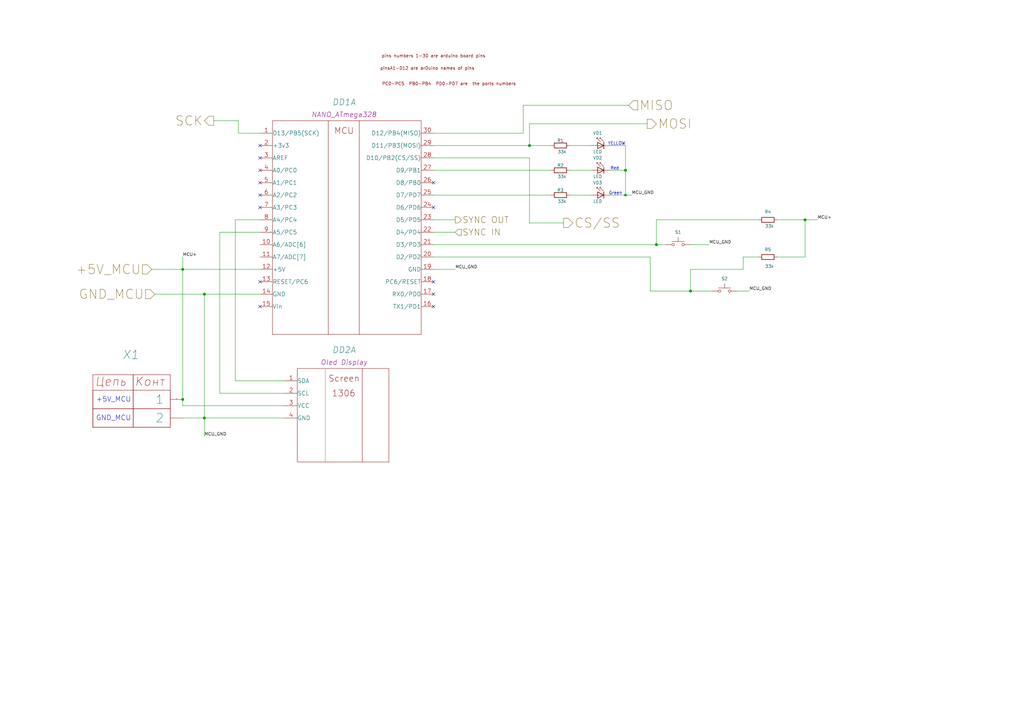
<source format=kicad_sch>
(kicad_sch (version 20210621) (generator eeschema)

  (uuid a7f62430-b7f6-4f82-a311-6552aeaee6ac)

  (paper "A3")

  (lib_symbols
    (symbol "my_Library:33k" (pin_numbers hide) (pin_names (offset 0)) (in_bom yes) (on_board yes)
      (property "Reference" "R" (id 0) (at 0 2.032 0)
        (effects (font (size 1.27 1.27)))
      )
      (property "Value" "33k" (id 1) (at 0.635 -2.54 0)
        (effects (font (size 1.27 1.27)))
      )
      (property "Footprint" "my_Library_ftprint:R_0805_2012Metric" (id 2) (at 0 -1.778 0)
        (effects (font (size 1.27 1.27)) hide)
      )
      (property "Datasheet" "~" (id 3) (at 0 0 90)
        (effects (font (size 1.27 1.27)) hide)
      )
      (property "ki_keywords" "R res resistor" (id 4) (at 0 0 0)
        (effects (font (size 1.27 1.27)) hide)
      )
      (property "ki_description" "Resistor" (id 5) (at 0 0 0)
        (effects (font (size 1.27 1.27)) hide)
      )
      (property "ki_fp_filters" "R_*" (id 6) (at 0 0 0)
        (effects (font (size 1.27 1.27)) hide)
      )
      (symbol "33k_0_1"
        (rectangle (start 2.54 -1.016) (end -2.54 1.016)
          (stroke (width 0.254)) (fill (type none))
        )
      )
      (symbol "33k_1_1"
        (pin passive line (at -3.81 0 0) (length 1.27)
          (name "~" (effects (font (size 1.27 1.27))))
          (number "1" (effects (font (size 1.27 1.27))))
        )
        (pin passive line (at 3.81 0 180) (length 1.27)
          (name "~" (effects (font (size 1.27 1.27))))
          (number "2" (effects (font (size 1.27 1.27))))
        )
      )
    )
    (symbol "my_Library:Display_1306" (pin_names (offset 0.0254)) (in_bom yes) (on_board yes)
      (property "Reference" "DD2" (id 0) (at 24.13 12.7 0)
        (effects (font (size 2.5007 2.5007) italic))
      )
      (property "Value" "Display_1306" (id 1) (at 0 77.47 0)
        (effects (font (size 2.0066 2.0066) italic) hide)
      )
      (property "Footprint" "my_Library_ftprint:PinHeader_1x04_P2.54mm_Vertical" (id 2) (at 0 73.66 0)
        (effects (font (size 2.0066 2.0066) italic) hide)
      )
      (property "Datasheet" "C:/Program Files/KiCad/share/LTM_DataSheet/Микросхема_микроконтроллер_ 1986ВЕ1Т_АО _ПКК_Миландр.pdf" (id 3) (at 0 69.85 0)
        (effects (font (size 2.0066 2.0066) italic) hide)
      )
      (property "ValueName" "Oled Display" (id 4) (at 24.13 7.62 0)
        (effects (font (size 2.007 2.007) italic))
      )
      (property "ValueGroup" "Микросхемы" (id 5) (at 0 66.04 0)
        (effects (font (size 2.0066 2.0066) italic) hide)
      )
      (property "ValueGOST" "1986ВЕ1Т " (id 6) (at 0 62.23 0)
        (effects (font (size 2.0066 2.0066) italic) hide)
      )
      (property "ValueTU" "АЕЯР.431280.860 ТУ" (id 7) (at 0 58.42 0)
        (effects (font (size 2.0066 2.0066) italic) hide)
      )
      (property "ValueManufacturer" "АО «ПКК МИЛАНДР»" (id 8) (at 0 54.61 0)
        (effects (font (size 2.0066 2.0066) italic) hide)
      )
      (property "ValueTemp_1" "АЕЯР.431280.860 ТУ" (id 9) (at 0 50.8 0)
        (effects (font (size 2.0066 2.0066) italic) hide)
      )
      (property "ValueSupplier" "АО «ПКК МИЛАНДР»" (id 10) (at 0 46.99 0)
        (effects (font (size 2.0066 2.0066) italic) hide)
      )
      (property "ValueAnalog" "К1986ВЕ1Т, К1986ВЕ1QI" (id 11) (at 1.27 43.18 0)
        (effects (font (size 2.0066 2.0066) italic) hide)
      )
      (property "ValueTemperature" "от минус 60 ⁰C до + 125 ⁰C" (id 12) (at 0 39.37 0)
        (effects (font (size 2.0066 2.0066) italic) hide)
      )
      (property "ValueNote" "-" (id 13) (at 0 35.56 0)
        (effects (font (size 2.0066 2.0066) italic) hide)
      )
      (property "ValueTemp_2" "-" (id 14) (at 0 33.02 0)
        (effects (font (size 2.0066 2.0066) italic) hide)
      )
      (property "ValueTemp_3" "-" (id 15) (at 0 30.48 0)
        (effects (font (size 2.0066 2.0066) italic) hide)
      )
      (property "ValueTemp_4" "-" (id 16) (at 0 27.94 0)
        (effects (font (size 2.0066 2.0066) italic) hide)
      )
      (property "ValueTemp_5" "-" (id 17) (at 0 25.4 0)
        (effects (font (size 2.0066 2.0066) italic) hide)
      )
      (property "ki_locked" "" (id 18) (at 0 0 0)
        (effects (font (size 1.27 1.27)))
      )
      (property "ki_keywords" "display, oled" (id 19) (at 0 0 0)
        (effects (font (size 1.27 1.27)) hide)
      )
      (property "ki_description" "display" (id 20) (at 0 0 0)
        (effects (font (size 1.27 1.27)) hide)
      )
      (property "ki_fp_filters" "[LTM][D][4229.132-3]*" (id 21) (at 0 0 0)
        (effects (font (size 1.27 1.27)) hide)
      )
      (symbol "Display_1306_0_0"
        (text "1306" (at 24.13 -5.08 0)
          (effects (font (size 2.527 2.527)))
        )
        (text "Screen" (at 24.257 1.016 0)
          (effects (font (size 2.527 2.527)))
        )
      )
      (symbol "Display_1306_1_1"
        (rectangle (start 5.08 5.08) (end 42.672 -33.274)
          (stroke (width 0)) (fill (type none))
        )
        (polyline
          (pts
            (xy 16.51 4.826)
            (xy 16.51 -33.274)
          )
          (stroke (width 0.0006)) (fill (type none))
        )
        (polyline
          (pts
            (xy 31.75 5.08)
            (xy 31.75 -33.274)
          )
          (stroke (width 0)) (fill (type none))
        )
        (pin bidirectional line (at 0 0 0) (length 5.08)
          (name "SDA" (effects (font (size 1.702 1.702))))
          (number "1" (effects (font (size 1.702 1.702))))
        )
        (pin bidirectional line (at 0 -5.08 0) (length 5.08)
          (name "SCL" (effects (font (size 1.702 1.702))))
          (number "2" (effects (font (size 1.702 1.702))))
        )
        (pin bidirectional line (at 0 -10.16 0) (length 5.08)
          (name "VCC" (effects (font (size 1.702 1.702))))
          (number "3" (effects (font (size 1.702 1.702))))
        )
        (pin bidirectional line (at 0 -15.24 0) (length 5.08)
          (name "GND" (effects (font (size 1.702 1.702))))
          (number "4" (effects (font (size 1.702 1.702))))
        )
      )
      (symbol "Display_1306_2_1"
        (rectangle (start 5.08 -81.28) (end 43.18 5.08)
          (stroke (width 0)) (fill (type none))
        )
        (polyline
          (pts
            (xy 30.48 5.08)
            (xy 30.48 -81.28)
          )
          (stroke (width 0)) (fill (type none))
        )
        (polyline
          (pts
            (xy 17.78 5.08)
            (xy 17.78 -74.93)
            (xy 17.78 -81.28)
          )
          (stroke (width 0)) (fill (type none))
        )
        (pin bidirectional line (at 48.26 -35.56 180) (length 5.08)
          (name "PD7" (effects (font (size 1.7018 1.7018))))
          (number "41" (effects (font (size 1.7018 1.7018))))
        )
        (pin bidirectional line (at 48.26 -40.64 180) (length 5.08)
          (name "PD8" (effects (font (size 1.7018 1.7018))))
          (number "42" (effects (font (size 1.7018 1.7018))))
        )
        (pin bidirectional line (at 48.26 -45.72 180) (length 5.08)
          (name "PD9" (effects (font (size 1.7018 1.7018))))
          (number "43" (effects (font (size 1.7018 1.7018))))
        )
        (pin bidirectional line (at 48.26 -50.8 180) (length 5.08)
          (name "PD10" (effects (font (size 1.7018 1.7018))))
          (number "44" (effects (font (size 1.7018 1.7018))))
        )
        (pin bidirectional line (at 48.26 -55.88 180) (length 5.08)
          (name "PD11" (effects (font (size 1.7018 1.7018))))
          (number "45" (effects (font (size 1.7018 1.7018))))
        )
        (pin bidirectional line (at 48.26 -60.96 180) (length 5.08)
          (name "PD12" (effects (font (size 1.7018 1.7018))))
          (number "46" (effects (font (size 1.7018 1.7018))))
        )
        (pin bidirectional line (at 48.26 -66.04 180) (length 5.08)
          (name "PD13" (effects (font (size 1.7018 1.7018))))
          (number "47" (effects (font (size 1.7018 1.7018))))
        )
        (pin bidirectional line (at 48.26 -71.12 180) (length 5.08)
          (name "PD14" (effects (font (size 1.7018 1.7018))))
          (number "48" (effects (font (size 1.7018 1.7018))))
        )
        (pin bidirectional line (at 48.26 -76.2 180) (length 5.08)
          (name "PD15" (effects (font (size 1.7018 1.7018))))
          (number "49" (effects (font (size 1.7018 1.7018))))
        )
        (pin bidirectional line (at 0 -25.4 0) (length 5.08)
          (name "PC5" (effects (font (size 1.7018 1.7018))))
          (number "56" (effects (font (size 1.7018 1.7018))))
        )
        (pin bidirectional line (at 0 -30.48 0) (length 5.08)
          (name "PC6" (effects (font (size 1.7018 1.7018))))
          (number "57" (effects (font (size 1.7018 1.7018))))
        )
        (pin bidirectional line (at 0 -35.56 0) (length 5.08)
          (name "PC7" (effects (font (size 1.7018 1.7018))))
          (number "58" (effects (font (size 1.7018 1.7018))))
        )
        (pin bidirectional line (at 0 -40.64 0) (length 5.08)
          (name "PC8" (effects (font (size 1.7018 1.7018))))
          (number "59" (effects (font (size 1.7018 1.7018))))
        )
        (pin bidirectional line (at 0 -45.72 0) (length 5.08)
          (name "PC9" (effects (font (size 1.7018 1.7018))))
          (number "60" (effects (font (size 1.7018 1.7018))))
        )
        (pin bidirectional line (at 0 -50.8 0) (length 5.08)
          (name "PC10" (effects (font (size 1.7018 1.7018))))
          (number "61" (effects (font (size 1.7018 1.7018))))
        )
        (pin bidirectional line (at 0 -55.88 0) (length 5.08)
          (name "PC11" (effects (font (size 1.7018 1.7018))))
          (number "62" (effects (font (size 1.7018 1.7018))))
        )
        (pin bidirectional line (at 0 -60.96 0) (length 5.08)
          (name "PC12" (effects (font (size 1.7018 1.7018))))
          (number "63" (effects (font (size 1.7018 1.7018))))
        )
        (pin bidirectional line (at 0 -66.04 0) (length 5.08)
          (name "PC13" (effects (font (size 1.7018 1.7018))))
          (number "67" (effects (font (size 1.7018 1.7018))))
        )
        (pin bidirectional line (at 0 -71.12 0) (length 5.08)
          (name "PC14" (effects (font (size 1.7018 1.7018))))
          (number "68" (effects (font (size 1.7018 1.7018))))
        )
        (pin bidirectional line (at 0 -76.2 0) (length 5.08)
          (name "PC15" (effects (font (size 1.7018 1.7018))))
          (number "69" (effects (font (size 1.7018 1.7018))))
        )
        (pin bidirectional line (at 48.26 0 180) (length 5.08)
          (name "PD0" (effects (font (size 1.7018 1.7018))))
          (number "72" (effects (font (size 1.7018 1.7018))))
        )
        (pin bidirectional line (at 48.26 -5.08 180) (length 5.08)
          (name "PD1" (effects (font (size 1.7018 1.7018))))
          (number "73" (effects (font (size 1.7018 1.7018))))
        )
        (pin bidirectional line (at 48.26 -10.16 180) (length 5.08)
          (name "PD2" (effects (font (size 1.7018 1.7018))))
          (number "74" (effects (font (size 1.7018 1.7018))))
        )
        (pin bidirectional line (at 48.26 -15.24 180) (length 5.08)
          (name "PD3" (effects (font (size 1.7018 1.7018))))
          (number "75" (effects (font (size 1.7018 1.7018))))
        )
        (pin bidirectional line (at 48.26 -20.32 180) (length 5.08)
          (name "PD4" (effects (font (size 1.7018 1.7018))))
          (number "76" (effects (font (size 1.7018 1.7018))))
        )
        (pin bidirectional line (at 48.26 -25.4 180) (length 5.08)
          (name "PD5" (effects (font (size 1.7018 1.7018))))
          (number "77" (effects (font (size 1.7018 1.7018))))
        )
        (pin bidirectional line (at 48.26 -30.48 180) (length 5.08)
          (name "PD6" (effects (font (size 1.7018 1.7018))))
          (number "78" (effects (font (size 1.7018 1.7018))))
        )
        (pin bidirectional line (at 0 0 0) (length 5.08)
          (name "PC0" (effects (font (size 1.7018 1.7018))))
          (number "89" (effects (font (size 1.7018 1.7018))))
        )
        (pin bidirectional line (at 0 -5.08 0) (length 5.08)
          (name "PC1" (effects (font (size 1.7018 1.7018))))
          (number "90" (effects (font (size 1.7018 1.7018))))
        )
        (pin bidirectional line (at 0 -10.16 0) (length 5.08)
          (name "PC2" (effects (font (size 1.7018 1.7018))))
          (number "91" (effects (font (size 1.7018 1.7018))))
        )
        (pin bidirectional line (at 0 -15.24 0) (length 5.08)
          (name "PC3" (effects (font (size 1.7018 1.7018))))
          (number "92" (effects (font (size 1.7018 1.7018))))
        )
        (pin bidirectional line (at 0 -20.32 0) (length 5.08)
          (name "PC4" (effects (font (size 1.7018 1.7018))))
          (number "93" (effects (font (size 1.7018 1.7018))))
        )
      )
      (symbol "Display_1306_3_1"
        (rectangle (start 5.08 -81.28) (end 43.18 5.08)
          (stroke (width 0)) (fill (type none))
        )
        (polyline
          (pts
            (xy 30.48 5.08)
            (xy 30.48 -81.28)
          )
          (stroke (width 0)) (fill (type none))
        )
        (polyline
          (pts
            (xy 17.78 5.08)
            (xy 17.78 -55.88)
            (xy 17.78 -81.28)
          )
          (stroke (width 0)) (fill (type none))
        )
        (pin bidirectional line (at 0 -15.24 0) (length 5.08)
          (name "PE3" (effects (font (size 1.7018 1.7018))))
          (number "16" (effects (font (size 1.7018 1.7018))))
        )
        (pin bidirectional line (at 0 -20.32 0) (length 5.08)
          (name "PE4" (effects (font (size 1.7018 1.7018))))
          (number "17" (effects (font (size 1.7018 1.7018))))
        )
        (pin bidirectional line (at 0 -25.4 0) (length 5.08)
          (name "PE5" (effects (font (size 1.7018 1.7018))))
          (number "18" (effects (font (size 1.7018 1.7018))))
        )
        (pin bidirectional line (at 0 -40.64 0) (length 5.08)
          (name "PE8" (effects (font (size 1.7018 1.7018))))
          (number "19" (effects (font (size 1.7018 1.7018))))
        )
        (pin bidirectional line (at 0 -45.72 0) (length 5.08)
          (name "PE9" (effects (font (size 1.7018 1.7018))))
          (number "20" (effects (font (size 1.7018 1.7018))))
        )
        (pin bidirectional line (at 0 -50.8 0) (length 5.08)
          (name "PE10" (effects (font (size 1.7018 1.7018))))
          (number "21" (effects (font (size 1.7018 1.7018))))
        )
        (pin bidirectional line (at 0 -55.88 0) (length 5.08)
          (name "PE11" (effects (font (size 1.7018 1.7018))))
          (number "22" (effects (font (size 1.7018 1.7018))))
        )
        (pin bidirectional line (at 0 -60.96 0) (length 5.08)
          (name "PE12" (effects (font (size 1.7018 1.7018))))
          (number "23" (effects (font (size 1.7018 1.7018))))
        )
        (pin bidirectional line (at 0 -66.04 0) (length 5.08)
          (name "PE13" (effects (font (size 1.7018 1.7018))))
          (number "24" (effects (font (size 1.7018 1.7018))))
        )
        (pin bidirectional line (at 0 -71.12 0) (length 5.08)
          (name "PE14" (effects (font (size 1.7018 1.7018))))
          (number "25" (effects (font (size 1.7018 1.7018))))
        )
        (pin bidirectional line (at 0 -76.2 0) (length 5.08)
          (name "PE15" (effects (font (size 1.7018 1.7018))))
          (number "26" (effects (font (size 1.7018 1.7018))))
        )
        (pin bidirectional line (at 48.26 0 180) (length 5.08)
          (name "PF0" (effects (font (size 1.7018 1.7018))))
          (number "27" (effects (font (size 1.7018 1.7018))))
        )
        (pin bidirectional line (at 48.26 -5.08 180) (length 5.08)
          (name "PF1" (effects (font (size 1.7018 1.7018))))
          (number "28" (effects (font (size 1.7018 1.7018))))
        )
        (pin bidirectional line (at 48.26 -10.16 180) (length 5.08)
          (name "PF2" (effects (font (size 1.7018 1.7018))))
          (number "29" (effects (font (size 1.7018 1.7018))))
        )
        (pin bidirectional line (at 0 -30.48 0) (length 5.08)
          (name "PE6" (effects (font (size 1.7018 1.7018))))
          (number "34" (effects (font (size 1.7018 1.7018))))
        )
        (pin bidirectional line (at 0 -35.56 0) (length 5.08)
          (name "PE7" (effects (font (size 1.7018 1.7018))))
          (number "35" (effects (font (size 1.7018 1.7018))))
        )
        (pin bidirectional line (at 0 0 0) (length 5.08)
          (name "PE0" (effects (font (size 1.7018 1.7018))))
          (number "50" (effects (font (size 1.7018 1.7018))))
        )
        (pin bidirectional line (at 0 -5.08 0) (length 5.08)
          (name "PE1" (effects (font (size 1.7018 1.7018))))
          (number "51" (effects (font (size 1.7018 1.7018))))
        )
        (pin bidirectional line (at 0 -10.16 0) (length 5.08)
          (name "PE2" (effects (font (size 1.7018 1.7018))))
          (number "52" (effects (font (size 1.7018 1.7018))))
        )
        (pin bidirectional line (at 48.26 -66.04 180) (length 5.08)
          (name "PF13" (effects (font (size 1.7018 1.7018))))
          (number "64" (effects (font (size 1.7018 1.7018))))
        )
        (pin bidirectional line (at 48.26 -71.12 180) (length 5.08)
          (name "PF14" (effects (font (size 1.7018 1.7018))))
          (number "65" (effects (font (size 1.7018 1.7018))))
        )
        (pin bidirectional line (at 48.26 -76.2 180) (length 5.08)
          (name "PF15" (effects (font (size 1.7018 1.7018))))
          (number "66" (effects (font (size 1.7018 1.7018))))
        )
        (pin bidirectional line (at 48.26 -15.24 180) (length 5.08)
          (name "PF3" (effects (font (size 1.7018 1.7018))))
          (number "79" (effects (font (size 1.7018 1.7018))))
        )
        (pin bidirectional line (at 48.26 -20.32 180) (length 5.08)
          (name "PF4" (effects (font (size 1.7018 1.7018))))
          (number "80" (effects (font (size 1.7018 1.7018))))
        )
        (pin bidirectional line (at 48.26 -25.4 180) (length 5.08)
          (name "PF5" (effects (font (size 1.7018 1.7018))))
          (number "81" (effects (font (size 1.7018 1.7018))))
        )
        (pin bidirectional line (at 48.26 -30.48 180) (length 5.08)
          (name "PF6" (effects (font (size 1.7018 1.7018))))
          (number "82" (effects (font (size 1.7018 1.7018))))
        )
        (pin bidirectional line (at 48.26 -35.56 180) (length 5.08)
          (name "PF7" (effects (font (size 1.7018 1.7018))))
          (number "83" (effects (font (size 1.7018 1.7018))))
        )
        (pin bidirectional line (at 48.26 -40.64 180) (length 5.08)
          (name "PF8" (effects (font (size 1.7018 1.7018))))
          (number "84" (effects (font (size 1.7018 1.7018))))
        )
        (pin bidirectional line (at 48.26 -45.72 180) (length 5.08)
          (name "PF9" (effects (font (size 1.7018 1.7018))))
          (number "85" (effects (font (size 1.7018 1.7018))))
        )
        (pin bidirectional line (at 48.26 -50.8 180) (length 5.08)
          (name "PF10" (effects (font (size 1.7018 1.7018))))
          (number "86" (effects (font (size 1.7018 1.7018))))
        )
        (pin bidirectional line (at 48.26 -55.88 180) (length 5.08)
          (name "PF11" (effects (font (size 1.7018 1.7018))))
          (number "87" (effects (font (size 1.7018 1.7018))))
        )
        (pin bidirectional line (at 48.26 -60.96 180) (length 5.08)
          (name "PF12" (effects (font (size 1.7018 1.7018))))
          (number "88" (effects (font (size 1.7018 1.7018))))
        )
      )
      (symbol "Display_1306_4_1"
        (rectangle (start 5.08 -113.03) (end 43.18 5.08)
          (stroke (width 0)) (fill (type none))
        )
        (polyline
          (pts
            (xy 5.08 -72.39)
            (xy 17.78 -72.39)
          )
          (stroke (width 0)) (fill (type none))
        )
        (polyline
          (pts
            (xy 5.08 -40.64)
            (xy 17.78 -40.64)
          )
          (stroke (width 0)) (fill (type none))
        )
        (polyline
          (pts
            (xy 5.08 -25.4)
            (xy 17.78 -25.4)
          )
          (stroke (width 0)) (fill (type none))
        )
        (polyline
          (pts
            (xy 30.48 -45.72)
            (xy 43.18 -45.72)
          )
          (stroke (width 0)) (fill (type none))
        )
        (polyline
          (pts
            (xy 30.48 5.08)
            (xy 30.48 -113.03)
          )
          (stroke (width 0)) (fill (type none))
        )
        (polyline
          (pts
            (xy 17.78 5.08)
            (xy 17.78 -67.31)
            (xy 17.78 -113.03)
          )
          (stroke (width 0)) (fill (type none))
        )
        (pin power_in line (at 48.26 -71.12 180) (length 5.08)
          (name "VSS1A" (effects (font (size 1.7018 1.7018))))
          (number "1" (effects (font (size 1.7018 1.7018))))
        )
        (pin bidirectional line (at 0 -66.04 0) (length 5.08)
          (name "EXRES1" (effects (font (size 1.7018 1.7018))))
          (number "10" (effects (font (size 1.7018 1.7018))))
        )
        (pin power_in line (at 48.26 -86.36 180) (length 5.08)
          (name "VSS3A" (effects (font (size 1.7018 1.7018))))
          (number "11" (effects (font (size 1.7018 1.7018))))
        )
        (pin power_in line (at 48.26 -60.96 180) (length 5.08)
          (name "GND" (effects (font (size 1.7018 1.7018))))
          (number "116" (effects (font (size 1.7018 1.7018))))
        )
        (pin power_in line (at 48.26 -10.16 180) (length 5.08)
          (name "Ucc" (effects (font (size 1.7018 1.7018))))
          (number "117" (effects (font (size 1.7018 1.7018))))
        )
        (pin power_in line (at 48.26 -30.48 180) (length 5.08)
          (name "VDD3A" (effects (font (size 1.7018 1.7018))))
          (number "12" (effects (font (size 1.7018 1.7018))))
        )
        (pin bidirectional line (at 0 -81.28 0) (length 5.08)
          (name "TMS" (effects (font (size 1.7018 1.7018))))
          (number "128" (effects (font (size 1.7018 1.7018))))
        )
        (pin bidirectional line (at 0 -86.36 0) (length 5.08)
          (name "TDI" (effects (font (size 1.7018 1.7018))))
          (number "129" (effects (font (size 1.7018 1.7018))))
        )
        (pin power_out line (at 48.26 -91.44 180) (length 5.08)
          (name "VSS4A" (effects (font (size 1.7018 1.7018))))
          (number "13" (effects (font (size 1.7018 1.7018))))
        )
        (pin bidirectional line (at 0 -91.44 0) (length 5.08)
          (name "TDO" (effects (font (size 1.7018 1.7018))))
          (number "130" (effects (font (size 1.7018 1.7018))))
        )
        (pin bidirectional line (at 0 -96.52 0) (length 5.08)
          (name "TCK" (effects (font (size 1.7018 1.7018))))
          (number "131" (effects (font (size 1.7018 1.7018))))
        )
        (pin bidirectional line (at 0 -101.6 0) (length 5.08)
          (name "TRST" (effects (font (size 1.7018 1.7018))))
          (number "132" (effects (font (size 1.7018 1.7018))))
        )
        (pin power_in line (at 48.26 -35.56 180) (length 5.08)
          (name "VDD4A" (effects (font (size 1.7018 1.7018))))
          (number "14" (effects (font (size 1.7018 1.7018))))
        )
        (pin bidirectional line (at 0 -20.32 0) (length 5.08)
          (name "ITCMLAEN" (effects (font (size 1.7018 1.7018))))
          (number "15" (effects (font (size 1.7018 1.7018))))
        )
        (pin bidirectional line (at 0 -50.8 0) (length 5.08)
          (name "TXN" (effects (font (size 1.7018 1.7018))))
          (number "2" (effects (font (size 1.7018 1.7018))))
        )
        (pin bidirectional line (at 0 -45.72 0) (length 5.08)
          (name "TXP" (effects (font (size 1.7018 1.7018))))
          (number "3" (effects (font (size 1.7018 1.7018))))
        )
        (pin power_in line (at 48.26 -50.8 180) (length 5.08)
          (name "GND" (effects (font (size 1.7018 1.7018))))
          (number "30" (effects (font (size 1.7018 1.7018))))
        )
        (pin power_in line (at 48.26 0 180) (length 5.08)
          (name "Ucc" (effects (font (size 1.7018 1.7018))))
          (number "31" (effects (font (size 1.7018 1.7018))))
        )
        (pin power_in line (at 48.26 -40.64 180) (length 5.08)
          (name "BUcc" (effects (font (size 1.7018 1.7018))))
          (number "32" (effects (font (size 1.7018 1.7018))))
        )
        (pin bidirectional line (at 0 -106.68 0) (length 5.08)
          (name "JTAGEN" (effects (font (size 1.7018 1.7018))))
          (number "33" (effects (font (size 1.7018 1.7018))))
        )
        (pin bidirectional line (at 0 -15.24 0) (length 5.08)
          (name "WAKEUP" (effects (font (size 1.7018 1.7018))))
          (number "36" (effects (font (size 1.7018 1.7018))))
        )
        (pin bidirectional line (at 0 -30.48 0) (length 5.08)
          (name "DP" (effects (font (size 1.7018 1.7018))))
          (number "37" (effects (font (size 1.7018 1.7018))))
        )
        (pin bidirectional line (at 0 -35.56 0) (length 5.08)
          (name "DN" (effects (font (size 1.7018 1.7018))))
          (number "38" (effects (font (size 1.7018 1.7018))))
        )
        (pin power_in line (at 48.26 -66.04 180) (length 5.08)
          (name "AGND" (effects (font (size 1.7018 1.7018))))
          (number "39" (effects (font (size 1.7018 1.7018))))
        )
        (pin power_in line (at 48.26 -76.2 180) (length 5.08)
          (name "VSS1A" (effects (font (size 1.7018 1.7018))))
          (number "4" (effects (font (size 1.7018 1.7018))))
        )
        (pin power_in line (at 48.26 -15.24 180) (length 5.08)
          (name "AUcc" (effects (font (size 1.7018 1.7018))))
          (number "40" (effects (font (size 1.7018 1.7018))))
        )
        (pin power_in line (at 48.26 -20.32 180) (length 5.08)
          (name "VDD1A" (effects (font (size 1.7018 1.7018))))
          (number "5" (effects (font (size 1.7018 1.7018))))
        )
        (pin bidirectional line (at 0 -5.08 0) (length 5.08)
          (name "OSC_IN" (effects (font (size 1.7018 1.7018))))
          (number "53" (effects (font (size 1.7018 1.7018))))
        )
        (pin bidirectional line (at 0 -10.16 0) (length 5.08)
          (name "OSC_OUT" (effects (font (size 1.7018 1.7018))))
          (number "54" (effects (font (size 1.7018 1.7018))))
        )
        (pin bidirectional line (at 0 0 0) (length 5.08)
          (name "nRESET" (effects (font (size 1.7018 1.7018))))
          (number "55" (effects (font (size 1.7018 1.7018))))
        )
        (pin bidirectional line (at 0 -60.96 0) (length 5.08)
          (name "RXN" (effects (font (size 1.7018 1.7018))))
          (number "6" (effects (font (size 1.7018 1.7018))))
        )
        (pin bidirectional line (at 0 -55.88 0) (length 5.08)
          (name "RXP" (effects (font (size 1.7018 1.7018))))
          (number "7" (effects (font (size 1.7018 1.7018))))
        )
        (pin power_in line (at 48.26 -55.88 180) (length 5.08)
          (name "GND" (effects (font (size 1.7018 1.7018))))
          (number "70" (effects (font (size 1.7018 1.7018))))
        )
        (pin power_in line (at 48.26 -5.08 180) (length 5.08)
          (name "Ucc" (effects (font (size 1.7018 1.7018))))
          (number "71" (effects (font (size 1.7018 1.7018))))
        )
        (pin power_in line (at 48.26 -25.4 180) (length 5.08)
          (name "VDD2A" (effects (font (size 1.7018 1.7018))))
          (number "8" (effects (font (size 1.7018 1.7018))))
        )
        (pin power_in line (at 48.26 -81.28 180) (length 5.08)
          (name "VSS2A" (effects (font (size 1.7018 1.7018))))
          (number "9" (effects (font (size 1.7018 1.7018))))
        )
      )
    )
    (symbol "my_Library:JST-B2B-XHA_Left" (pin_names (offset 2.54)) (in_bom yes) (on_board yes)
      (property "Reference" "X?" (id 0) (at -21.5262 18.3342 0)
        (effects (font (size 3.556 3.556) italic))
      )
      (property "Value" "JST-B2B-XHA_Left" (id 1) (at -101.6 0 0)
        (effects (font (size 2.0066 2.0066) italic) hide)
      )
      (property "Footprint" "my_Library_ftprint:JST_EH_B5B-EH-A_1x05_P2.50mm_Vertical" (id 2) (at -101.6 -2.54 0)
        (effects (font (size 2.0066 2.0066) italic) hide)
      )
      (property "Datasheet" "" (id 3) (at -101.6 -5.08 0)
        (effects (font (size 2.0066 2.0066) italic) hide)
      )
      (property "ValueName" "ВИЛКА НА ПЛАТУ 2.5 ММ ШАГ" (id 4) (at -21.336 -23.622 0)
        (effects (font (size 2.0066 2.0066) italic) hide)
      )
      (property "ValueGroup" "Соединители" (id 5) (at -101.6 -7.62 0)
        (effects (font (size 2.0066 2.0066) italic) hide)
      )
      (property "ValueGOST" "розетка СНП346-5PП21-1" (id 6) (at -101.6 -10.16 0)
        (effects (font (size 2.0066 2.0066) italic) hide)
      )
      (property "ValueTU" "РЮМК.430420.011ТУ" (id 7) (at -101.6 -12.7 0)
        (effects (font (size 2.0066 2.0066) italic) hide)
      )
      (property "ValueManufacturer" "ф. АО «Электродеталь»" (id 8) (at -101.6 -15.24 0)
        (effects (font (size 2.0066 2.0066) italic) hide)
      )
      (property "ValueTemp_1" "РЮМК.430420.011ТУ" (id 9) (at -101.6 -17.78 0)
        (effects (font (size 2.0066 2.0066) italic) hide)
      )
      (property "ValueSupplier" "ф. АО «Электродеталь»" (id 10) (at -101.6 -20.32 0)
        (effects (font (size 2.0066 2.0066) italic) hide)
      )
      (property "ValueAnalog" "PLD-10 DS-1021" (id 11) (at -101.6 -22.86 0)
        (effects (font (size 2.0066 2.0066) italic) hide)
      )
      (property "ValueTemperature" "от минус 60 ⁰C до + 85 ⁰C" (id 12) (at -101.6 -25.4 0)
        (effects (font (size 2.0066 2.0066) italic) hide)
      )
      (property "ValueNote" "-" (id 13) (at -101.6 -27.94 0)
        (effects (font (size 2.0066 2.0066) italic) hide)
      )
      (property "ValueTemp_2" "-" (id 14) (at -101.6 -30.48 0)
        (effects (font (size 2.0066 2.0066) italic) hide)
      )
      (property "ValueTemp_3" "-" (id 15) (at -101.6 -33.02 0)
        (effects (font (size 2.0066 2.0066) italic) hide)
      )
      (property "ValueTemp_4" "-" (id 16) (at -101.6 -35.56 0)
        (effects (font (size 2.0066 2.0066) italic) hide)
      )
      (property "ValueTemp_5" "-" (id 17) (at -101.6 -38.1 0)
        (effects (font (size 2.0066 2.0066) italic) hide)
      )
      (property "PIN1" "  " (id 18) (at -12.6362 37.9594 0)
        (effects (font (size 2.0066 2.0066) italic))
      )
      (property "PIN2" "   " (id 19) (at -12.6362 33.7224 0)
        (effects (font (size 2.0066 2.0066) italic))
      )
      (property "PIN3" " " (id 20) (at -12.6362 29.4854 0)
        (effects (font (size 2.0066 2.0066) italic))
      )
      (property "PIN4" "  " (id 21) (at -12.6362 25.2484 0)
        (effects (font (size 2.0066 2.0066) italic))
      )
      (property "PIN5" " " (id 22) (at -12.6362 21.0114 0)
        (effects (font (size 2.0066 2.0066) italic))
      )
      (property "ki_description" "left side of scetch" (id 23) (at 0 0 0)
        (effects (font (size 1.27 1.27)) hide)
      )
      (property "ki_fp_filters" "[LTM][FP][Connectors][SNP346]:[LTM][X]*" (id 24) (at 0 0 0)
        (effects (font (size 1.27 1.27)) hide)
      )
      (symbol "JST-B2B-XHA_Left_0_0"
        (pin passive line (at 0 0 180) (length 5.08)
          (name "1" (effects (font (size 3.556 3.556))))
          (number "1" (effects (font (size 0.0254 0.0254))))
        )
        (pin passive line (at 0 -7.62 180) (length 5.08)
          (name "2" (effects (font (size 3.556 3.556))))
          (number "2" (effects (font (size 0 0))))
        )
      )
      (symbol "JST-B2B-XHA_Left_1_1"
        (text " " (at 9.906 -12.7 0)
          (effects (font (size 2.0066 2.0066) italic))
        )
        (text " " (at 9.906 -7.62 0)
          (effects (font (size 2.0066 2.0066) italic))
        )
        (text " " (at 9.906 -2.54 0)
          (effects (font (size 2.0066 2.0066) italic))
        )
        (text " " (at 9.906 2.54 0)
          (effects (font (size 2.0066 2.0066) italic))
        )
        (text " " (at 9.906 17.78 0)
          (effects (font (size 2.0066 2.0066) italic))
        )
        (text " " (at 12.446 -34.29 0)
          (effects (font (size 2.0066 2.0066) italic))
        )
        (text " " (at 12.446 -29.21 0)
          (effects (font (size 2.0066 2.0066) italic))
        )
        (text " " (at 12.446 -24.13 0)
          (effects (font (size 2.0066 2.0066) italic))
        )
        (text "Конт" (at -13.462 7.366 0)
          (effects (font (size 3.556 3.556) italic))
        )
        (text "Цепь" (at -29.464 7.366 0)
          (effects (font (size 3.556 3.556) italic))
        )
        (rectangle (start -38.608 6.35) (end -38.608 6.35)
          (stroke (width 0)) (fill (type none))
        )
        (rectangle (start -36.83 -3.81) (end -5.08 -11.43)
          (stroke (width 0)) (fill (type none))
        )
        (rectangle (start -36.83 3.81) (end -5.08 -3.81)
          (stroke (width 0)) (fill (type none))
        )
        (rectangle (start -36.83 10.16) (end -20.32 -11.43)
          (stroke (width 0)) (fill (type none))
        )
        (rectangle (start -20.32 10.16) (end -5.08 -11.43)
          (stroke (width 0)) (fill (type none))
        )
      )
    )
    (symbol "my_Library:LED" (pin_numbers hide) (pin_names (offset 1.016) hide) (in_bom yes) (on_board yes)
      (property "Reference" "VD" (id 0) (at 0 5.08 0)
        (effects (font (size 1.27 1.27)))
      )
      (property "Value" "LED" (id 1) (at 0 -2.54 0)
        (effects (font (size 1.27 1.27)))
      )
      (property "Footprint" "my_Library_ftprint:LED_0805_2012Metric" (id 2) (at 1.27 -6.35 0)
        (effects (font (size 1.27 1.27)) hide)
      )
      (property "Datasheet" "http://cdn-reichelt.de/documents/datenblatt/A500/SFH4346.pdf" (id 3) (at -1.27 0 0)
        (effects (font (size 1.27 1.27)) hide)
      )
      (property "ki_keywords" "opto IR LED smd LED 0805" (id 4) (at 0 0 0)
        (effects (font (size 1.27 1.27)) hide)
      )
      (property "ki_description" "smd LED 0805" (id 5) (at 0 0 0)
        (effects (font (size 1.27 1.27)) hide)
      )
      (property "ki_fp_filters" "LED*3.0mm*IRBlack*" (id 6) (at 0 0 0)
        (effects (font (size 1.27 1.27)) hide)
      )
      (symbol "LED_0_1"
        (polyline
          (pts
            (xy -2.54 1.27)
            (xy -2.54 -1.27)
          )
          (stroke (width 0.254)) (fill (type none))
        )
        (polyline
          (pts
            (xy 0 0)
            (xy -2.54 0)
          )
          (stroke (width 0)) (fill (type none))
        )
        (polyline
          (pts
            (xy 0.381 3.175)
            (xy -0.127 3.175)
          )
          (stroke (width 0)) (fill (type none))
        )
        (polyline
          (pts
            (xy -1.143 1.651)
            (xy 0.381 3.175)
            (xy 0.381 2.667)
          )
          (stroke (width 0)) (fill (type none))
        )
        (polyline
          (pts
            (xy 0 1.27)
            (xy -2.54 0)
            (xy 0 -1.27)
            (xy 0 1.27)
          )
          (stroke (width 0.254)) (fill (type none))
        )
        (polyline
          (pts
            (xy -2.413 1.651)
            (xy -0.889 3.175)
            (xy -0.889 2.667)
            (xy -0.889 3.175)
            (xy -1.397 3.175)
          )
          (stroke (width 0)) (fill (type none))
        )
      )
      (symbol "LED_1_1"
        (pin passive line (at -5.08 0 0) (length 2.54)
          (name "K" (effects (font (size 1.27 1.27))))
          (number "1" (effects (font (size 1.27 1.27))))
        )
        (pin passive line (at 2.54 0 180) (length 2.54)
          (name "A" (effects (font (size 1.27 1.27))))
          (number "2" (effects (font (size 1.27 1.27))))
        )
      )
    )
    (symbol "my_Library:NANO_ATmega328" (pin_names (offset 0.0254)) (in_bom yes) (on_board yes)
      (property "Reference" "DD" (id 0) (at 24.13 12.7 0)
        (effects (font (size 2.5007 2.5007) italic))
      )
      (property "Value" "NANO_ATmega328" (id 1) (at 0 77.47 0)
        (effects (font (size 2.0066 2.0066) italic) hide)
      )
      (property "Footprint" "my_Library_ftprint:Nano_328pu" (id 2) (at 0 73.66 0)
        (effects (font (size 2.0066 2.0066) italic) hide)
      )
      (property "Datasheet" "C:/Program Files/KiCad/share/LTM_DataSheet/Микросхема_микроконтроллер_ 1986ВЕ1Т_АО _ПКК_Миландр.pdf" (id 3) (at 0 69.85 0)
        (effects (font (size 2.0066 2.0066) italic) hide)
      )
      (property "ValueName" "NANO_ATmega328" (id 4) (at 24.13 7.62 0)
        (effects (font (size 2.007 2.007) italic))
      )
      (property "ValueGroup" "Микросхемы" (id 5) (at 0 66.04 0)
        (effects (font (size 2.0066 2.0066) italic) hide)
      )
      (property "ValueGOST" "1986ВЕ1Т " (id 6) (at 0 62.23 0)
        (effects (font (size 2.0066 2.0066) italic) hide)
      )
      (property "ValueTU" "АЕЯР.431280.860 ТУ" (id 7) (at 0 58.42 0)
        (effects (font (size 2.0066 2.0066) italic) hide)
      )
      (property "ValueManufacturer" "АО «ПКК МИЛАНДР»" (id 8) (at 0 54.61 0)
        (effects (font (size 2.0066 2.0066) italic) hide)
      )
      (property "ValueTemp_1" "АЕЯР.431280.860 ТУ" (id 9) (at 0 50.8 0)
        (effects (font (size 2.0066 2.0066) italic) hide)
      )
      (property "ValueSupplier" "АО «ПКК МИЛАНДР»" (id 10) (at 0 46.99 0)
        (effects (font (size 2.0066 2.0066) italic) hide)
      )
      (property "ValueAnalog" "К1986ВЕ1Т, К1986ВЕ1QI" (id 11) (at 1.27 43.18 0)
        (effects (font (size 2.0066 2.0066) italic) hide)
      )
      (property "ValueTemperature" "от минус 60 ⁰C до + 125 ⁰C" (id 12) (at 0 39.37 0)
        (effects (font (size 2.0066 2.0066) italic) hide)
      )
      (property "ValueNote" "-" (id 13) (at 0 35.56 0)
        (effects (font (size 2.0066 2.0066) italic) hide)
      )
      (property "ValueTemp_2" "-" (id 14) (at 0 33.02 0)
        (effects (font (size 2.0066 2.0066) italic) hide)
      )
      (property "ValueTemp_3" "-" (id 15) (at 0 30.48 0)
        (effects (font (size 2.0066 2.0066) italic) hide)
      )
      (property "ValueTemp_4" "-" (id 16) (at 0 27.94 0)
        (effects (font (size 2.0066 2.0066) italic) hide)
      )
      (property "ValueTemp_5" "-" (id 17) (at 0 25.4 0)
        (effects (font (size 2.0066 2.0066) italic) hide)
      )
      (property "ki_locked" "" (id 18) (at 0 0 0)
        (effects (font (size 1.27 1.27)))
      )
      (property "ki_keywords" "Микросхема, микроконтроллер" (id 19) (at 0 0 0)
        (effects (font (size 1.27 1.27)) hide)
      )
      (property "ki_description" "RISC МК авиационного назначения" (id 20) (at 0 0 0)
        (effects (font (size 1.27 1.27)) hide)
      )
      (property "ki_fp_filters" "[LTM][D][4229.132-3]*" (id 21) (at 0 0 0)
        (effects (font (size 1.27 1.27)) hide)
      )
      (symbol "NANO_ATmega328_0_0"
        (text "MCU" (at 24.257 1.016 0)
          (effects (font (size 2.527 2.527)))
        )
        (text "PC0-PC5  PB0-PB4  PD0-PD7 are  the ports numbers" (at 67.31 20.32 0)
          (effects (font (size 1.27 1.27)))
        )
        (text "pins numbers 1-30 are arduino board pins" (at 60.96 31.75 0)
          (effects (font (size 1.27 1.27)))
        )
        (text "pinsA1-D12 are arDuino names of pins" (at 58.42 26.67 0)
          (effects (font (size 1.27 1.27)))
        )
      )
      (symbol "NANO_ATmega328_1_1"
        (rectangle (start -5.08 5.08) (end 55.88 -82.55)
          (stroke (width 0)) (fill (type none))
        )
        (polyline
          (pts
            (xy 30.48 5.08)
            (xy 30.48 -82.55)
          )
          (stroke (width 0)) (fill (type none))
        )
        (polyline
          (pts
            (xy 17.78 5.08)
            (xy 17.78 -17.78)
            (xy 17.78 -74.93)
            (xy 17.78 -82.55)
          )
          (stroke (width 0)) (fill (type none))
        )
        (pin bidirectional line (at -10.16 0 0) (length 5.08)
          (name "D13/PB5(SCK)" (effects (font (size 1.702 1.702))))
          (number "1" (effects (font (size 1.702 1.702))))
        )
        (pin bidirectional line (at -10.16 -45.72 0) (length 5.08)
          (name "A6/ADC[6]" (effects (font (size 1.702 1.702))))
          (number "10" (effects (font (size 1.702 1.702))))
        )
        (pin bidirectional line (at -10.16 -50.8 0) (length 5.08)
          (name "A7/ADC[7]" (effects (font (size 1.702 1.702))))
          (number "11" (effects (font (size 1.702 1.702))))
        )
        (pin bidirectional line (at -10.16 -55.88 0) (length 5.08)
          (name "+5V" (effects (font (size 1.702 1.702))))
          (number "12" (effects (font (size 1.702 1.702))))
        )
        (pin bidirectional line (at -10.16 -60.96 0) (length 5.08)
          (name "RESET/PC6" (effects (font (size 1.702 1.702))))
          (number "13" (effects (font (size 1.702 1.702))))
        )
        (pin bidirectional line (at -10.16 -66.04 0) (length 5.08)
          (name "GND" (effects (font (size 1.702 1.702))))
          (number "14" (effects (font (size 1.702 1.702))))
        )
        (pin bidirectional line (at -10.16 -71.12 0) (length 5.08)
          (name "Vin" (effects (font (size 1.702 1.702))))
          (number "15" (effects (font (size 1.702 1.702))))
        )
        (pin bidirectional line (at 60.96 -71.12 180) (length 5.08)
          (name "TX1/PD1" (effects (font (size 1.702 1.702))))
          (number "16" (effects (font (size 1.702 1.702))))
        )
        (pin bidirectional line (at 60.96 -66.04 180) (length 5.08)
          (name "RX0/PD0" (effects (font (size 1.702 1.702))))
          (number "17" (effects (font (size 1.702 1.702))))
        )
        (pin bidirectional line (at 60.96 -60.96 180) (length 5.08)
          (name "PC6/RESET" (effects (font (size 1.702 1.702))))
          (number "18" (effects (font (size 1.702 1.702))))
        )
        (pin bidirectional line (at 60.96 -55.88 180) (length 5.08)
          (name "GND" (effects (font (size 1.702 1.702))))
          (number "19" (effects (font (size 1.702 1.702))))
        )
        (pin bidirectional line (at -10.16 -5.08 0) (length 5.08)
          (name "+3v3" (effects (font (size 1.702 1.702))))
          (number "2" (effects (font (size 1.702 1.702))))
        )
        (pin bidirectional line (at 60.96 -50.8 180) (length 5.08)
          (name "D2/PD2" (effects (font (size 1.702 1.702))))
          (number "20" (effects (font (size 1.702 1.702))))
        )
        (pin bidirectional line (at 60.96 -45.72 180) (length 5.08)
          (name "D3/PD3" (effects (font (size 1.702 1.702))))
          (number "21" (effects (font (size 1.702 1.702))))
        )
        (pin bidirectional line (at 60.96 -40.64 180) (length 5.08)
          (name "D4/PD4" (effects (font (size 1.702 1.702))))
          (number "22" (effects (font (size 1.702 1.702))))
        )
        (pin bidirectional line (at 60.96 -35.56 180) (length 5.08)
          (name "D5/PD5" (effects (font (size 1.702 1.702))))
          (number "23" (effects (font (size 1.702 1.702))))
        )
        (pin bidirectional line (at 60.96 -30.48 180) (length 5.08)
          (name "D6/PD6" (effects (font (size 1.702 1.702))))
          (number "24" (effects (font (size 1.702 1.702))))
        )
        (pin bidirectional line (at 60.96 -25.4 180) (length 5.08)
          (name "D7/PD7" (effects (font (size 1.702 1.702))))
          (number "25" (effects (font (size 1.702 1.702))))
        )
        (pin bidirectional line (at 60.96 -20.32 180) (length 5.08)
          (name "D8/PB0" (effects (font (size 1.702 1.702))))
          (number "26" (effects (font (size 1.702 1.702))))
        )
        (pin bidirectional line (at 60.96 -15.24 180) (length 5.08)
          (name "D9/PB1" (effects (font (size 1.702 1.702))))
          (number "27" (effects (font (size 1.702 1.702))))
        )
        (pin bidirectional line (at 60.96 -10.16 180) (length 5.08)
          (name "D10/PB2(CS/SS)" (effects (font (size 1.702 1.702))))
          (number "28" (effects (font (size 1.702 1.702))))
        )
        (pin bidirectional line (at 60.96 -5.08 180) (length 5.08)
          (name "D11/PB3(MOSI)" (effects (font (size 1.702 1.702))))
          (number "29" (effects (font (size 1.702 1.702))))
        )
        (pin bidirectional line (at -10.16 -10.16 0) (length 5.08)
          (name "AREF" (effects (font (size 1.702 1.702))))
          (number "3" (effects (font (size 1.702 1.702))))
        )
        (pin bidirectional line (at 60.96 0 180) (length 5.08)
          (name "D12/PB4(MISO)" (effects (font (size 1.702 1.702))))
          (number "30" (effects (font (size 1.702 1.702))))
        )
        (pin bidirectional line (at -10.16 -15.24 0) (length 5.08)
          (name "A0/PC0" (effects (font (size 1.702 1.702))))
          (number "4" (effects (font (size 1.702 1.702))))
        )
        (pin bidirectional line (at -10.16 -20.32 0) (length 5.08)
          (name "A1/PC1" (effects (font (size 1.702 1.702))))
          (number "5" (effects (font (size 1.702 1.702))))
        )
        (pin bidirectional line (at -10.16 -25.4 0) (length 5.08)
          (name "A2/PC2" (effects (font (size 1.702 1.702))))
          (number "6" (effects (font (size 1.702 1.702))))
        )
        (pin bidirectional line (at -10.16 -30.48 0) (length 5.08)
          (name "A3/PC3" (effects (font (size 1.702 1.702))))
          (number "7" (effects (font (size 1.702 1.702))))
        )
        (pin bidirectional line (at -10.16 -35.56 0) (length 5.08)
          (name "A4/PC4" (effects (font (size 1.702 1.702))))
          (number "8" (effects (font (size 1.702 1.702))))
        )
        (pin bidirectional line (at -10.16 -40.64 0) (length 5.08)
          (name "A5/PC5" (effects (font (size 1.702 1.702))))
          (number "9" (effects (font (size 1.702 1.702))))
        )
      )
      (symbol "NANO_ATmega328_2_1"
        (rectangle (start 5.08 -81.28) (end 43.18 5.08)
          (stroke (width 0)) (fill (type none))
        )
        (polyline
          (pts
            (xy 30.48 5.08)
            (xy 30.48 -81.28)
          )
          (stroke (width 0)) (fill (type none))
        )
        (polyline
          (pts
            (xy 17.78 5.08)
            (xy 17.78 -74.93)
            (xy 17.78 -81.28)
          )
          (stroke (width 0)) (fill (type none))
        )
        (pin bidirectional line (at 48.26 -35.56 180) (length 5.08)
          (name "PD7" (effects (font (size 1.7018 1.7018))))
          (number "41" (effects (font (size 1.7018 1.7018))))
        )
        (pin bidirectional line (at 48.26 -40.64 180) (length 5.08)
          (name "PD8" (effects (font (size 1.7018 1.7018))))
          (number "42" (effects (font (size 1.7018 1.7018))))
        )
        (pin bidirectional line (at 48.26 -45.72 180) (length 5.08)
          (name "PD9" (effects (font (size 1.7018 1.7018))))
          (number "43" (effects (font (size 1.7018 1.7018))))
        )
        (pin bidirectional line (at 48.26 -50.8 180) (length 5.08)
          (name "PD10" (effects (font (size 1.7018 1.7018))))
          (number "44" (effects (font (size 1.7018 1.7018))))
        )
        (pin bidirectional line (at 48.26 -55.88 180) (length 5.08)
          (name "PD11" (effects (font (size 1.7018 1.7018))))
          (number "45" (effects (font (size 1.7018 1.7018))))
        )
        (pin bidirectional line (at 48.26 -60.96 180) (length 5.08)
          (name "PD12" (effects (font (size 1.7018 1.7018))))
          (number "46" (effects (font (size 1.7018 1.7018))))
        )
        (pin bidirectional line (at 48.26 -66.04 180) (length 5.08)
          (name "PD13" (effects (font (size 1.7018 1.7018))))
          (number "47" (effects (font (size 1.7018 1.7018))))
        )
        (pin bidirectional line (at 48.26 -71.12 180) (length 5.08)
          (name "PD14" (effects (font (size 1.7018 1.7018))))
          (number "48" (effects (font (size 1.7018 1.7018))))
        )
        (pin bidirectional line (at 48.26 -76.2 180) (length 5.08)
          (name "PD15" (effects (font (size 1.7018 1.7018))))
          (number "49" (effects (font (size 1.7018 1.7018))))
        )
        (pin bidirectional line (at 0 -25.4 0) (length 5.08)
          (name "PC5" (effects (font (size 1.7018 1.7018))))
          (number "56" (effects (font (size 1.7018 1.7018))))
        )
        (pin bidirectional line (at 0 -30.48 0) (length 5.08)
          (name "PC6" (effects (font (size 1.7018 1.7018))))
          (number "57" (effects (font (size 1.7018 1.7018))))
        )
        (pin bidirectional line (at 0 -35.56 0) (length 5.08)
          (name "PC7" (effects (font (size 1.7018 1.7018))))
          (number "58" (effects (font (size 1.7018 1.7018))))
        )
        (pin bidirectional line (at 0 -40.64 0) (length 5.08)
          (name "PC8" (effects (font (size 1.7018 1.7018))))
          (number "59" (effects (font (size 1.7018 1.7018))))
        )
        (pin bidirectional line (at 0 -45.72 0) (length 5.08)
          (name "PC9" (effects (font (size 1.7018 1.7018))))
          (number "60" (effects (font (size 1.7018 1.7018))))
        )
        (pin bidirectional line (at 0 -50.8 0) (length 5.08)
          (name "PC10" (effects (font (size 1.7018 1.7018))))
          (number "61" (effects (font (size 1.7018 1.7018))))
        )
        (pin bidirectional line (at 0 -55.88 0) (length 5.08)
          (name "PC11" (effects (font (size 1.7018 1.7018))))
          (number "62" (effects (font (size 1.7018 1.7018))))
        )
        (pin bidirectional line (at 0 -60.96 0) (length 5.08)
          (name "PC12" (effects (font (size 1.7018 1.7018))))
          (number "63" (effects (font (size 1.7018 1.7018))))
        )
        (pin bidirectional line (at 0 -66.04 0) (length 5.08)
          (name "PC13" (effects (font (size 1.7018 1.7018))))
          (number "67" (effects (font (size 1.7018 1.7018))))
        )
        (pin bidirectional line (at 0 -71.12 0) (length 5.08)
          (name "PC14" (effects (font (size 1.7018 1.7018))))
          (number "68" (effects (font (size 1.7018 1.7018))))
        )
        (pin bidirectional line (at 0 -76.2 0) (length 5.08)
          (name "PC15" (effects (font (size 1.7018 1.7018))))
          (number "69" (effects (font (size 1.7018 1.7018))))
        )
        (pin bidirectional line (at 48.26 0 180) (length 5.08)
          (name "PD0" (effects (font (size 1.7018 1.7018))))
          (number "72" (effects (font (size 1.7018 1.7018))))
        )
        (pin bidirectional line (at 48.26 -5.08 180) (length 5.08)
          (name "PD1" (effects (font (size 1.7018 1.7018))))
          (number "73" (effects (font (size 1.7018 1.7018))))
        )
        (pin bidirectional line (at 48.26 -10.16 180) (length 5.08)
          (name "PD2" (effects (font (size 1.7018 1.7018))))
          (number "74" (effects (font (size 1.7018 1.7018))))
        )
        (pin bidirectional line (at 48.26 -15.24 180) (length 5.08)
          (name "PD3" (effects (font (size 1.7018 1.7018))))
          (number "75" (effects (font (size 1.7018 1.7018))))
        )
        (pin bidirectional line (at 48.26 -20.32 180) (length 5.08)
          (name "PD4" (effects (font (size 1.7018 1.7018))))
          (number "76" (effects (font (size 1.7018 1.7018))))
        )
        (pin bidirectional line (at 48.26 -25.4 180) (length 5.08)
          (name "PD5" (effects (font (size 1.7018 1.7018))))
          (number "77" (effects (font (size 1.7018 1.7018))))
        )
        (pin bidirectional line (at 48.26 -30.48 180) (length 5.08)
          (name "PD6" (effects (font (size 1.7018 1.7018))))
          (number "78" (effects (font (size 1.7018 1.7018))))
        )
        (pin bidirectional line (at 0 0 0) (length 5.08)
          (name "PC0" (effects (font (size 1.7018 1.7018))))
          (number "89" (effects (font (size 1.7018 1.7018))))
        )
        (pin bidirectional line (at 0 -5.08 0) (length 5.08)
          (name "PC1" (effects (font (size 1.7018 1.7018))))
          (number "90" (effects (font (size 1.7018 1.7018))))
        )
        (pin bidirectional line (at 0 -10.16 0) (length 5.08)
          (name "PC2" (effects (font (size 1.7018 1.7018))))
          (number "91" (effects (font (size 1.7018 1.7018))))
        )
        (pin bidirectional line (at 0 -15.24 0) (length 5.08)
          (name "PC3" (effects (font (size 1.7018 1.7018))))
          (number "92" (effects (font (size 1.7018 1.7018))))
        )
        (pin bidirectional line (at 0 -20.32 0) (length 5.08)
          (name "PC4" (effects (font (size 1.7018 1.7018))))
          (number "93" (effects (font (size 1.7018 1.7018))))
        )
      )
      (symbol "NANO_ATmega328_3_1"
        (rectangle (start 5.08 -81.28) (end 43.18 5.08)
          (stroke (width 0)) (fill (type none))
        )
        (polyline
          (pts
            (xy 30.48 5.08)
            (xy 30.48 -81.28)
          )
          (stroke (width 0)) (fill (type none))
        )
        (polyline
          (pts
            (xy 17.78 5.08)
            (xy 17.78 -55.88)
            (xy 17.78 -81.28)
          )
          (stroke (width 0)) (fill (type none))
        )
        (pin bidirectional line (at 0 -15.24 0) (length 5.08)
          (name "PE3" (effects (font (size 1.7018 1.7018))))
          (number "16" (effects (font (size 1.7018 1.7018))))
        )
        (pin bidirectional line (at 0 -20.32 0) (length 5.08)
          (name "PE4" (effects (font (size 1.7018 1.7018))))
          (number "17" (effects (font (size 1.7018 1.7018))))
        )
        (pin bidirectional line (at 0 -25.4 0) (length 5.08)
          (name "PE5" (effects (font (size 1.7018 1.7018))))
          (number "18" (effects (font (size 1.7018 1.7018))))
        )
        (pin bidirectional line (at 0 -40.64 0) (length 5.08)
          (name "PE8" (effects (font (size 1.7018 1.7018))))
          (number "19" (effects (font (size 1.7018 1.7018))))
        )
        (pin bidirectional line (at 0 -45.72 0) (length 5.08)
          (name "PE9" (effects (font (size 1.7018 1.7018))))
          (number "20" (effects (font (size 1.7018 1.7018))))
        )
        (pin bidirectional line (at 0 -50.8 0) (length 5.08)
          (name "PE10" (effects (font (size 1.7018 1.7018))))
          (number "21" (effects (font (size 1.7018 1.7018))))
        )
        (pin bidirectional line (at 0 -55.88 0) (length 5.08)
          (name "PE11" (effects (font (size 1.7018 1.7018))))
          (number "22" (effects (font (size 1.7018 1.7018))))
        )
        (pin bidirectional line (at 0 -60.96 0) (length 5.08)
          (name "PE12" (effects (font (size 1.7018 1.7018))))
          (number "23" (effects (font (size 1.7018 1.7018))))
        )
        (pin bidirectional line (at 0 -66.04 0) (length 5.08)
          (name "PE13" (effects (font (size 1.7018 1.7018))))
          (number "24" (effects (font (size 1.7018 1.7018))))
        )
        (pin bidirectional line (at 0 -71.12 0) (length 5.08)
          (name "PE14" (effects (font (size 1.7018 1.7018))))
          (number "25" (effects (font (size 1.7018 1.7018))))
        )
        (pin bidirectional line (at 0 -76.2 0) (length 5.08)
          (name "PE15" (effects (font (size 1.7018 1.7018))))
          (number "26" (effects (font (size 1.7018 1.7018))))
        )
        (pin bidirectional line (at 48.26 0 180) (length 5.08)
          (name "PF0" (effects (font (size 1.7018 1.7018))))
          (number "27" (effects (font (size 1.7018 1.7018))))
        )
        (pin bidirectional line (at 48.26 -5.08 180) (length 5.08)
          (name "PF1" (effects (font (size 1.7018 1.7018))))
          (number "28" (effects (font (size 1.7018 1.7018))))
        )
        (pin bidirectional line (at 48.26 -10.16 180) (length 5.08)
          (name "PF2" (effects (font (size 1.7018 1.7018))))
          (number "29" (effects (font (size 1.7018 1.7018))))
        )
        (pin bidirectional line (at 0 -30.48 0) (length 5.08)
          (name "PE6" (effects (font (size 1.7018 1.7018))))
          (number "34" (effects (font (size 1.7018 1.7018))))
        )
        (pin bidirectional line (at 0 -35.56 0) (length 5.08)
          (name "PE7" (effects (font (size 1.7018 1.7018))))
          (number "35" (effects (font (size 1.7018 1.7018))))
        )
        (pin bidirectional line (at 0 0 0) (length 5.08)
          (name "PE0" (effects (font (size 1.7018 1.7018))))
          (number "50" (effects (font (size 1.7018 1.7018))))
        )
        (pin bidirectional line (at 0 -5.08 0) (length 5.08)
          (name "PE1" (effects (font (size 1.7018 1.7018))))
          (number "51" (effects (font (size 1.7018 1.7018))))
        )
        (pin bidirectional line (at 0 -10.16 0) (length 5.08)
          (name "PE2" (effects (font (size 1.7018 1.7018))))
          (number "52" (effects (font (size 1.7018 1.7018))))
        )
        (pin bidirectional line (at 48.26 -66.04 180) (length 5.08)
          (name "PF13" (effects (font (size 1.7018 1.7018))))
          (number "64" (effects (font (size 1.7018 1.7018))))
        )
        (pin bidirectional line (at 48.26 -71.12 180) (length 5.08)
          (name "PF14" (effects (font (size 1.7018 1.7018))))
          (number "65" (effects (font (size 1.7018 1.7018))))
        )
        (pin bidirectional line (at 48.26 -76.2 180) (length 5.08)
          (name "PF15" (effects (font (size 1.7018 1.7018))))
          (number "66" (effects (font (size 1.7018 1.7018))))
        )
        (pin bidirectional line (at 48.26 -15.24 180) (length 5.08)
          (name "PF3" (effects (font (size 1.7018 1.7018))))
          (number "79" (effects (font (size 1.7018 1.7018))))
        )
        (pin bidirectional line (at 48.26 -20.32 180) (length 5.08)
          (name "PF4" (effects (font (size 1.7018 1.7018))))
          (number "80" (effects (font (size 1.7018 1.7018))))
        )
        (pin bidirectional line (at 48.26 -25.4 180) (length 5.08)
          (name "PF5" (effects (font (size 1.7018 1.7018))))
          (number "81" (effects (font (size 1.7018 1.7018))))
        )
        (pin bidirectional line (at 48.26 -30.48 180) (length 5.08)
          (name "PF6" (effects (font (size 1.7018 1.7018))))
          (number "82" (effects (font (size 1.7018 1.7018))))
        )
        (pin bidirectional line (at 48.26 -35.56 180) (length 5.08)
          (name "PF7" (effects (font (size 1.7018 1.7018))))
          (number "83" (effects (font (size 1.7018 1.7018))))
        )
        (pin bidirectional line (at 48.26 -40.64 180) (length 5.08)
          (name "PF8" (effects (font (size 1.7018 1.7018))))
          (number "84" (effects (font (size 1.7018 1.7018))))
        )
        (pin bidirectional line (at 48.26 -45.72 180) (length 5.08)
          (name "PF9" (effects (font (size 1.7018 1.7018))))
          (number "85" (effects (font (size 1.7018 1.7018))))
        )
        (pin bidirectional line (at 48.26 -50.8 180) (length 5.08)
          (name "PF10" (effects (font (size 1.7018 1.7018))))
          (number "86" (effects (font (size 1.7018 1.7018))))
        )
        (pin bidirectional line (at 48.26 -55.88 180) (length 5.08)
          (name "PF11" (effects (font (size 1.7018 1.7018))))
          (number "87" (effects (font (size 1.7018 1.7018))))
        )
        (pin bidirectional line (at 48.26 -60.96 180) (length 5.08)
          (name "PF12" (effects (font (size 1.7018 1.7018))))
          (number "88" (effects (font (size 1.7018 1.7018))))
        )
      )
      (symbol "NANO_ATmega328_4_1"
        (rectangle (start 5.08 -113.03) (end 43.18 5.08)
          (stroke (width 0)) (fill (type none))
        )
        (polyline
          (pts
            (xy 5.08 -72.39)
            (xy 17.78 -72.39)
          )
          (stroke (width 0)) (fill (type none))
        )
        (polyline
          (pts
            (xy 5.08 -40.64)
            (xy 17.78 -40.64)
          )
          (stroke (width 0)) (fill (type none))
        )
        (polyline
          (pts
            (xy 5.08 -25.4)
            (xy 17.78 -25.4)
          )
          (stroke (width 0)) (fill (type none))
        )
        (polyline
          (pts
            (xy 30.48 -45.72)
            (xy 43.18 -45.72)
          )
          (stroke (width 0)) (fill (type none))
        )
        (polyline
          (pts
            (xy 30.48 5.08)
            (xy 30.48 -113.03)
          )
          (stroke (width 0)) (fill (type none))
        )
        (polyline
          (pts
            (xy 17.78 5.08)
            (xy 17.78 -67.31)
            (xy 17.78 -113.03)
          )
          (stroke (width 0)) (fill (type none))
        )
        (pin power_in line (at 48.26 -71.12 180) (length 5.08)
          (name "VSS1A" (effects (font (size 1.7018 1.7018))))
          (number "1" (effects (font (size 1.7018 1.7018))))
        )
        (pin bidirectional line (at 0 -66.04 0) (length 5.08)
          (name "EXRES1" (effects (font (size 1.7018 1.7018))))
          (number "10" (effects (font (size 1.7018 1.7018))))
        )
        (pin power_in line (at 48.26 -86.36 180) (length 5.08)
          (name "VSS3A" (effects (font (size 1.7018 1.7018))))
          (number "11" (effects (font (size 1.7018 1.7018))))
        )
        (pin power_in line (at 48.26 -60.96 180) (length 5.08)
          (name "GND" (effects (font (size 1.7018 1.7018))))
          (number "116" (effects (font (size 1.7018 1.7018))))
        )
        (pin power_in line (at 48.26 -10.16 180) (length 5.08)
          (name "Ucc" (effects (font (size 1.7018 1.7018))))
          (number "117" (effects (font (size 1.7018 1.7018))))
        )
        (pin power_in line (at 48.26 -30.48 180) (length 5.08)
          (name "VDD3A" (effects (font (size 1.7018 1.7018))))
          (number "12" (effects (font (size 1.7018 1.7018))))
        )
        (pin bidirectional line (at 0 -81.28 0) (length 5.08)
          (name "TMS" (effects (font (size 1.7018 1.7018))))
          (number "128" (effects (font (size 1.7018 1.7018))))
        )
        (pin bidirectional line (at 0 -86.36 0) (length 5.08)
          (name "TDI" (effects (font (size 1.7018 1.7018))))
          (number "129" (effects (font (size 1.7018 1.7018))))
        )
        (pin power_out line (at 48.26 -91.44 180) (length 5.08)
          (name "VSS4A" (effects (font (size 1.7018 1.7018))))
          (number "13" (effects (font (size 1.7018 1.7018))))
        )
        (pin bidirectional line (at 0 -91.44 0) (length 5.08)
          (name "TDO" (effects (font (size 1.7018 1.7018))))
          (number "130" (effects (font (size 1.7018 1.7018))))
        )
        (pin bidirectional line (at 0 -96.52 0) (length 5.08)
          (name "TCK" (effects (font (size 1.7018 1.7018))))
          (number "131" (effects (font (size 1.7018 1.7018))))
        )
        (pin bidirectional line (at 0 -101.6 0) (length 5.08)
          (name "TRST" (effects (font (size 1.7018 1.7018))))
          (number "132" (effects (font (size 1.7018 1.7018))))
        )
        (pin power_in line (at 48.26 -35.56 180) (length 5.08)
          (name "VDD4A" (effects (font (size 1.7018 1.7018))))
          (number "14" (effects (font (size 1.7018 1.7018))))
        )
        (pin bidirectional line (at 0 -20.32 0) (length 5.08)
          (name "ITCMLAEN" (effects (font (size 1.7018 1.7018))))
          (number "15" (effects (font (size 1.7018 1.7018))))
        )
        (pin bidirectional line (at 0 -50.8 0) (length 5.08)
          (name "TXN" (effects (font (size 1.7018 1.7018))))
          (number "2" (effects (font (size 1.7018 1.7018))))
        )
        (pin bidirectional line (at 0 -45.72 0) (length 5.08)
          (name "TXP" (effects (font (size 1.7018 1.7018))))
          (number "3" (effects (font (size 1.7018 1.7018))))
        )
        (pin power_in line (at 48.26 -50.8 180) (length 5.08)
          (name "GND" (effects (font (size 1.7018 1.7018))))
          (number "30" (effects (font (size 1.7018 1.7018))))
        )
        (pin power_in line (at 48.26 0 180) (length 5.08)
          (name "Ucc" (effects (font (size 1.7018 1.7018))))
          (number "31" (effects (font (size 1.7018 1.7018))))
        )
        (pin power_in line (at 48.26 -40.64 180) (length 5.08)
          (name "BUcc" (effects (font (size 1.7018 1.7018))))
          (number "32" (effects (font (size 1.7018 1.7018))))
        )
        (pin bidirectional line (at 0 -106.68 0) (length 5.08)
          (name "JTAGEN" (effects (font (size 1.7018 1.7018))))
          (number "33" (effects (font (size 1.7018 1.7018))))
        )
        (pin bidirectional line (at 0 -15.24 0) (length 5.08)
          (name "WAKEUP" (effects (font (size 1.7018 1.7018))))
          (number "36" (effects (font (size 1.7018 1.7018))))
        )
        (pin bidirectional line (at 0 -30.48 0) (length 5.08)
          (name "DP" (effects (font (size 1.7018 1.7018))))
          (number "37" (effects (font (size 1.7018 1.7018))))
        )
        (pin bidirectional line (at 0 -35.56 0) (length 5.08)
          (name "DN" (effects (font (size 1.7018 1.7018))))
          (number "38" (effects (font (size 1.7018 1.7018))))
        )
        (pin power_in line (at 48.26 -66.04 180) (length 5.08)
          (name "AGND" (effects (font (size 1.7018 1.7018))))
          (number "39" (effects (font (size 1.7018 1.7018))))
        )
        (pin power_in line (at 48.26 -76.2 180) (length 5.08)
          (name "VSS1A" (effects (font (size 1.7018 1.7018))))
          (number "4" (effects (font (size 1.7018 1.7018))))
        )
        (pin power_in line (at 48.26 -15.24 180) (length 5.08)
          (name "AUcc" (effects (font (size 1.7018 1.7018))))
          (number "40" (effects (font (size 1.7018 1.7018))))
        )
        (pin power_in line (at 48.26 -20.32 180) (length 5.08)
          (name "VDD1A" (effects (font (size 1.7018 1.7018))))
          (number "5" (effects (font (size 1.7018 1.7018))))
        )
        (pin bidirectional line (at 0 -5.08 0) (length 5.08)
          (name "OSC_IN" (effects (font (size 1.7018 1.7018))))
          (number "53" (effects (font (size 1.7018 1.7018))))
        )
        (pin bidirectional line (at 0 -10.16 0) (length 5.08)
          (name "OSC_OUT" (effects (font (size 1.7018 1.7018))))
          (number "54" (effects (font (size 1.7018 1.7018))))
        )
        (pin bidirectional line (at 0 0 0) (length 5.08)
          (name "nRESET" (effects (font (size 1.7018 1.7018))))
          (number "55" (effects (font (size 1.7018 1.7018))))
        )
        (pin bidirectional line (at 0 -60.96 0) (length 5.08)
          (name "RXN" (effects (font (size 1.7018 1.7018))))
          (number "6" (effects (font (size 1.7018 1.7018))))
        )
        (pin bidirectional line (at 0 -55.88 0) (length 5.08)
          (name "RXP" (effects (font (size 1.7018 1.7018))))
          (number "7" (effects (font (size 1.7018 1.7018))))
        )
        (pin power_in line (at 48.26 -55.88 180) (length 5.08)
          (name "GND" (effects (font (size 1.7018 1.7018))))
          (number "70" (effects (font (size 1.7018 1.7018))))
        )
        (pin power_in line (at 48.26 -5.08 180) (length 5.08)
          (name "Ucc" (effects (font (size 1.7018 1.7018))))
          (number "71" (effects (font (size 1.7018 1.7018))))
        )
        (pin power_in line (at 48.26 -25.4 180) (length 5.08)
          (name "VDD2A" (effects (font (size 1.7018 1.7018))))
          (number "8" (effects (font (size 1.7018 1.7018))))
        )
        (pin power_in line (at 48.26 -81.28 180) (length 5.08)
          (name "VSS2A" (effects (font (size 1.7018 1.7018))))
          (number "9" (effects (font (size 1.7018 1.7018))))
        )
      )
    )
    (symbol "my_Library:taktile button KLS7" (pin_numbers hide) (pin_names hide) (in_bom yes) (on_board yes)
      (property "Reference" "S" (id 0) (at 0 5.08 0)
        (effects (font (size 1.27 1.27)))
      )
      (property "Value" "taktile button KLS7" (id 1) (at 1.27 -5.08 0)
        (effects (font (size 1.27 1.27)) hide)
      )
      (property "Footprint" "my_Library_ftprint:SW_Push_2P1T_6x6mm" (id 2) (at 0 -7.62 0)
        (effects (font (size 1.27 1.27)) hide)
      )
      (property "Datasheet" "http://www.apem.com/int/index.php?controller=attachment&id_attachment=488" (id 3) (at 0 -10.16 0)
        (effects (font (size 1.27 1.27)) hide)
      )
      (property "ki_keywords" "switch normally-open pushbutton push-button" (id 4) (at 0 0 0)
        (effects (font (size 1.27 1.27)) hide)
      )
      (property "ki_description" "single pole normally-open tactile SMD switch" (id 5) (at 0 0 0)
        (effects (font (size 1.27 1.27)) hide)
      )
      (property "ki_fp_filters" "SW*MEC*5G*" (id 6) (at 0 0 0)
        (effects (font (size 1.27 1.27)) hide)
      )
      (symbol "taktile button KLS7_0_1"
        (circle (center -2.032 0) (radius 0.508) (stroke (width 0)) (fill (type none)))
        (circle (center 2.032 0) (radius 0.508) (stroke (width 0)) (fill (type none)))
        (polyline
          (pts
            (xy 0 1.27)
            (xy 0 3.048)
          )
          (stroke (width 0)) (fill (type none))
        )
        (polyline
          (pts
            (xy 2.54 1.27)
            (xy -2.54 1.27)
          )
          (stroke (width 0)) (fill (type none))
        )
        (pin passive line (at -5.08 0 0) (length 2.54)
          (name "1" (effects (font (size 1.27 1.27))))
          (number "1" (effects (font (size 1.27 1.27))))
        )
        (pin passive line (at 5.08 0 180) (length 2.54)
          (name "2" (effects (font (size 1.27 1.27))))
          (number "2" (effects (font (size 1.27 1.27))))
        )
      )
      (symbol "taktile button KLS7_1_1"
        (pin passive line (at -5.08 0 0) (length 2.54) hide
          (name "1" (effects (font (size 1.27 1.27))))
          (number "1" (effects (font (size 1.27 1.27))))
        )
        (pin passive line (at 5.08 0 180) (length 2.54) hide
          (name "2" (effects (font (size 1.27 1.27))))
          (number "2" (effects (font (size 1.27 1.27))))
        )
      )
    )
  )


  (junction (at 74.93 110.49) (diameter 1.016) (color 0 0 0 0))
  (junction (at 74.93 163.83) (diameter 1.016) (color 0 0 0 0))
  (junction (at 83.82 120.65) (diameter 1.016) (color 0 0 0 0))
  (junction (at 83.82 171.45) (diameter 1.016) (color 0 0 0 0))
  (junction (at 217.17 59.69) (diameter 1.016) (color 0 0 0 0))
  (junction (at 256.54 69.85) (diameter 1.016) (color 0 0 0 0))
  (junction (at 256.54 80.01) (diameter 0) (color 0 0 0 0))
  (junction (at 269.24 100.33) (diameter 1.016) (color 0 0 0 0))
  (junction (at 283.21 119.38) (diameter 1.016) (color 0 0 0 0))
  (junction (at 330.2 90.17) (diameter 1.016) (color 0 0 0 0))

  (no_connect (at 106.68 59.69) (uuid 0663e338-c3a2-4f1c-9f98-d43ff8142544))
  (no_connect (at 106.68 64.77) (uuid 0663e338-c3a2-4f1c-9f98-d43ff8142544))
  (no_connect (at 106.68 69.85) (uuid 0663e338-c3a2-4f1c-9f98-d43ff8142544))
  (no_connect (at 106.68 74.93) (uuid 0663e338-c3a2-4f1c-9f98-d43ff8142544))
  (no_connect (at 106.68 80.01) (uuid 0663e338-c3a2-4f1c-9f98-d43ff8142544))
  (no_connect (at 106.68 85.09) (uuid 0663e338-c3a2-4f1c-9f98-d43ff8142544))
  (no_connect (at 106.68 115.57) (uuid 0663e338-c3a2-4f1c-9f98-d43ff8142544))
  (no_connect (at 106.68 125.73) (uuid 0663e338-c3a2-4f1c-9f98-d43ff8142544))
  (no_connect (at 177.8 74.93) (uuid 0663e338-c3a2-4f1c-9f98-d43ff8142544))
  (no_connect (at 177.8 85.09) (uuid 0663e338-c3a2-4f1c-9f98-d43ff8142544))
  (no_connect (at 177.8 115.57) (uuid 0663e338-c3a2-4f1c-9f98-d43ff8142544))
  (no_connect (at 177.8 120.65) (uuid 0663e338-c3a2-4f1c-9f98-d43ff8142544))
  (no_connect (at 177.8 125.73) (uuid 0663e338-c3a2-4f1c-9f98-d43ff8142544))

  (wire (pts (xy 62.23 110.49) (xy 74.93 110.49))
    (stroke (width 0) (type solid) (color 0 0 0 0))
    (uuid c913126c-ccaf-46f8-a804-48eb049bc76c)
  )
  (wire (pts (xy 63.5 120.65) (xy 83.82 120.65))
    (stroke (width 0) (type solid) (color 0 0 0 0))
    (uuid 79c691ec-d58b-4afb-9ecb-d899f906ca45)
  )
  (wire (pts (xy 74.93 105.41) (xy 74.93 110.49))
    (stroke (width 0) (type solid) (color 0 0 0 0))
    (uuid 95433ee5-97a3-4c41-b284-0ed7f4e53142)
  )
  (wire (pts (xy 74.93 110.49) (xy 74.93 163.83))
    (stroke (width 0) (type solid) (color 0 0 0 0))
    (uuid 8a7526d9-2296-4462-87ec-9c3302e53301)
  )
  (wire (pts (xy 74.93 110.49) (xy 106.68 110.49))
    (stroke (width 0) (type solid) (color 0 0 0 0))
    (uuid c913126c-ccaf-46f8-a804-48eb049bc76c)
  )
  (wire (pts (xy 74.93 166.37) (xy 74.93 163.83))
    (stroke (width 0) (type solid) (color 0 0 0 0))
    (uuid 90eeba25-3f4c-471c-bade-075ee8fd5602)
  )
  (wire (pts (xy 74.93 171.45) (xy 83.82 171.45))
    (stroke (width 0) (type solid) (color 0 0 0 0))
    (uuid 807e2be9-b840-4640-97d2-7db2ae65714d)
  )
  (wire (pts (xy 83.82 120.65) (xy 106.68 120.65))
    (stroke (width 0) (type solid) (color 0 0 0 0))
    (uuid 79c691ec-d58b-4afb-9ecb-d899f906ca45)
  )
  (wire (pts (xy 83.82 171.45) (xy 83.82 120.65))
    (stroke (width 0) (type solid) (color 0 0 0 0))
    (uuid 807e2be9-b840-4640-97d2-7db2ae65714d)
  )
  (wire (pts (xy 83.82 171.45) (xy 116.84 171.45))
    (stroke (width 0) (type solid) (color 0 0 0 0))
    (uuid 751f23d4-d16b-47c5-87f5-288381c5b068)
  )
  (wire (pts (xy 83.82 179.07) (xy 83.82 171.45))
    (stroke (width 0) (type solid) (color 0 0 0 0))
    (uuid 973a85ed-de2c-401a-9f27-6628da4c9ed6)
  )
  (wire (pts (xy 90.17 95.25) (xy 106.68 95.25))
    (stroke (width 0) (type solid) (color 0 0 0 0))
    (uuid b9a69010-cbcc-4e52-ae2b-d2c6d26d4e9f)
  )
  (wire (pts (xy 90.17 161.29) (xy 90.17 95.25))
    (stroke (width 0) (type solid) (color 0 0 0 0))
    (uuid 485bfef2-fd03-4ff9-9010-5db34608dbc3)
  )
  (wire (pts (xy 96.52 90.17) (xy 96.52 156.21))
    (stroke (width 0) (type solid) (color 0 0 0 0))
    (uuid f3a296cf-ef84-4a78-b701-213ee4027eac)
  )
  (wire (pts (xy 96.52 90.17) (xy 106.68 90.17))
    (stroke (width 0) (type solid) (color 0 0 0 0))
    (uuid 69853eb4-8fe3-48d3-b815-b15ce1d7c26e)
  )
  (wire (pts (xy 96.52 156.21) (xy 116.84 156.21))
    (stroke (width 0) (type solid) (color 0 0 0 0))
    (uuid 8b777dd6-0116-46cd-bc0c-61e9f72cc2e6)
  )
  (wire (pts (xy 97.79 49.53) (xy 87.63 49.53))
    (stroke (width 0) (type solid) (color 0 0 0 0))
    (uuid 3afc9347-67a9-41a5-93bc-d06074b2d8e4)
  )
  (wire (pts (xy 97.79 54.61) (xy 97.79 49.53))
    (stroke (width 0) (type solid) (color 0 0 0 0))
    (uuid 3afc9347-67a9-41a5-93bc-d06074b2d8e4)
  )
  (wire (pts (xy 106.68 54.61) (xy 97.79 54.61))
    (stroke (width 0) (type solid) (color 0 0 0 0))
    (uuid 3afc9347-67a9-41a5-93bc-d06074b2d8e4)
  )
  (wire (pts (xy 116.84 161.29) (xy 90.17 161.29))
    (stroke (width 0) (type solid) (color 0 0 0 0))
    (uuid 4caa4e01-8732-45c3-a2ed-244065fd0468)
  )
  (wire (pts (xy 116.84 166.37) (xy 74.93 166.37))
    (stroke (width 0) (type solid) (color 0 0 0 0))
    (uuid 90eeba25-3f4c-471c-bade-075ee8fd5602)
  )
  (wire (pts (xy 177.8 59.69) (xy 217.17 59.69))
    (stroke (width 0) (type solid) (color 0 0 0 0))
    (uuid eb5be833-bbe3-495e-b0b6-898df535e2a2)
  )
  (wire (pts (xy 177.8 64.77) (xy 217.17 64.77))
    (stroke (width 0) (type solid) (color 0 0 0 0))
    (uuid 148e569f-1a8e-4d82-9f55-954653a83ba1)
  )
  (wire (pts (xy 177.8 69.85) (xy 226.06 69.85))
    (stroke (width 0) (type solid) (color 0 0 0 0))
    (uuid 62848e75-43f4-4437-a11a-da98a0454453)
  )
  (wire (pts (xy 177.8 80.01) (xy 226.06 80.01))
    (stroke (width 0) (type solid) (color 0 0 0 0))
    (uuid 860d6447-7030-4c6d-80aa-4fd6b238b166)
  )
  (wire (pts (xy 177.8 90.17) (xy 186.69 90.17))
    (stroke (width 0) (type solid) (color 0 0 0 0))
    (uuid ff16aaf4-17fd-4adb-bf69-1876ebd20aab)
  )
  (wire (pts (xy 177.8 95.25) (xy 186.69 95.25))
    (stroke (width 0) (type solid) (color 0 0 0 0))
    (uuid e4cb07d2-aba3-4ada-9c27-e7695f46a8dc)
  )
  (wire (pts (xy 177.8 100.33) (xy 269.24 100.33))
    (stroke (width 0) (type solid) (color 0 0 0 0))
    (uuid 6eed5ae0-da5f-4f57-84bb-e40820280a70)
  )
  (wire (pts (xy 177.8 105.41) (xy 266.7 105.41))
    (stroke (width 0) (type solid) (color 0 0 0 0))
    (uuid 2a5893ee-6aef-460f-8ee4-3b6e41d1e570)
  )
  (wire (pts (xy 177.8 110.49) (xy 186.69 110.49))
    (stroke (width 0) (type solid) (color 0 0 0 0))
    (uuid 5858c410-e658-4ce3-87b9-d2b24299456a)
  )
  (wire (pts (xy 214.63 43.18) (xy 214.63 54.61))
    (stroke (width 0) (type solid) (color 0 0 0 0))
    (uuid fd55b097-a8fd-492c-bc40-a5a0974b1fc2)
  )
  (wire (pts (xy 214.63 43.18) (xy 257.81 43.18))
    (stroke (width 0) (type solid) (color 0 0 0 0))
    (uuid a7a6a867-0cc8-4ff7-92b9-4848bf7ea258)
  )
  (wire (pts (xy 214.63 54.61) (xy 177.8 54.61))
    (stroke (width 0) (type solid) (color 0 0 0 0))
    (uuid ec1f4b71-b8dc-4b14-83aa-8e2b99d7d68b)
  )
  (wire (pts (xy 217.17 50.8) (xy 217.17 59.69))
    (stroke (width 0) (type solid) (color 0 0 0 0))
    (uuid fbccd7d6-dcc1-4421-9a1a-adfab8c10a86)
  )
  (wire (pts (xy 217.17 59.69) (xy 226.06 59.69))
    (stroke (width 0) (type solid) (color 0 0 0 0))
    (uuid eb5be833-bbe3-495e-b0b6-898df535e2a2)
  )
  (wire (pts (xy 217.17 64.77) (xy 217.17 91.44))
    (stroke (width 0) (type solid) (color 0 0 0 0))
    (uuid 148e569f-1a8e-4d82-9f55-954653a83ba1)
  )
  (wire (pts (xy 217.17 91.44) (xy 231.14 91.44))
    (stroke (width 0) (type solid) (color 0 0 0 0))
    (uuid 148e569f-1a8e-4d82-9f55-954653a83ba1)
  )
  (wire (pts (xy 233.68 59.69) (xy 242.57 59.69))
    (stroke (width 0) (type solid) (color 0 0 0 0))
    (uuid 9cdc4b39-c854-477e-b55f-0c9867554558)
  )
  (wire (pts (xy 233.68 69.85) (xy 242.57 69.85))
    (stroke (width 0) (type solid) (color 0 0 0 0))
    (uuid 0735c611-be4f-4aab-a25d-36785074a5f2)
  )
  (wire (pts (xy 233.68 80.01) (xy 242.57 80.01))
    (stroke (width 0) (type solid) (color 0 0 0 0))
    (uuid 867dd6e6-0c66-43d7-aa09-28311b49939b)
  )
  (wire (pts (xy 250.19 59.69) (xy 256.54 59.69))
    (stroke (width 0) (type solid) (color 0 0 0 0))
    (uuid 49e6c34f-a70d-43f0-b58d-8ade5d6fb5a7)
  )
  (wire (pts (xy 256.54 59.69) (xy 256.54 69.85))
    (stroke (width 0) (type solid) (color 0 0 0 0))
    (uuid fc442ca3-2310-4b62-b499-bcab17a61215)
  )
  (wire (pts (xy 256.54 69.85) (xy 250.19 69.85))
    (stroke (width 0) (type solid) (color 0 0 0 0))
    (uuid 19b7939e-2427-4621-bf42-08bab742d07e)
  )
  (wire (pts (xy 256.54 69.85) (xy 256.54 80.01))
    (stroke (width 0) (type solid) (color 0 0 0 0))
    (uuid ccc3e81a-8aff-4b97-bd90-dff11506df52)
  )
  (wire (pts (xy 256.54 80.01) (xy 250.19 80.01))
    (stroke (width 0) (type solid) (color 0 0 0 0))
    (uuid c983c670-013e-4305-8226-7e939591f076)
  )
  (wire (pts (xy 256.54 80.01) (xy 259.08 80.01))
    (stroke (width 0) (type solid) (color 0 0 0 0))
    (uuid 8cc85820-7327-4203-b00a-fd769e3762ab)
  )
  (wire (pts (xy 265.43 50.8) (xy 217.17 50.8))
    (stroke (width 0) (type solid) (color 0 0 0 0))
    (uuid fbccd7d6-dcc1-4421-9a1a-adfab8c10a86)
  )
  (wire (pts (xy 266.7 105.41) (xy 266.7 119.38))
    (stroke (width 0) (type solid) (color 0 0 0 0))
    (uuid 046d0776-fb67-4664-9e15-e02022fc094c)
  )
  (wire (pts (xy 266.7 119.38) (xy 283.21 119.38))
    (stroke (width 0) (type solid) (color 0 0 0 0))
    (uuid 7a046a65-8230-4afd-9216-380a37c2bc81)
  )
  (wire (pts (xy 269.24 90.17) (xy 269.24 100.33))
    (stroke (width 0) (type solid) (color 0 0 0 0))
    (uuid b26e174c-ff69-421d-9d28-03f1b2d3071a)
  )
  (wire (pts (xy 269.24 90.17) (xy 311.15 90.17))
    (stroke (width 0) (type solid) (color 0 0 0 0))
    (uuid 8dae50b4-333d-4e46-be96-5f53feebd779)
  )
  (wire (pts (xy 269.24 100.33) (xy 273.05 100.33))
    (stroke (width 0) (type solid) (color 0 0 0 0))
    (uuid d8ae3b5d-fc6e-4535-b43f-81e012905160)
  )
  (wire (pts (xy 283.21 100.33) (xy 290.83 100.33))
    (stroke (width 0) (type solid) (color 0 0 0 0))
    (uuid b80505ef-9a22-423f-8083-a16c3f0aae85)
  )
  (wire (pts (xy 283.21 110.49) (xy 283.21 119.38))
    (stroke (width 0) (type solid) (color 0 0 0 0))
    (uuid a9b1a0a1-2134-42c0-b663-a91cf01e06d5)
  )
  (wire (pts (xy 283.21 119.38) (xy 292.1 119.38))
    (stroke (width 0) (type solid) (color 0 0 0 0))
    (uuid 002cd8da-84e5-45fa-8b1b-8b42409224dc)
  )
  (wire (pts (xy 302.26 119.38) (xy 307.34 119.38))
    (stroke (width 0) (type solid) (color 0 0 0 0))
    (uuid 390f81c3-2503-4610-b03d-7948b3530482)
  )
  (wire (pts (xy 304.8 105.41) (xy 304.8 110.49))
    (stroke (width 0) (type solid) (color 0 0 0 0))
    (uuid a9c2a0df-2614-4e79-9b08-87579905139b)
  )
  (wire (pts (xy 304.8 105.41) (xy 311.15 105.41))
    (stroke (width 0) (type solid) (color 0 0 0 0))
    (uuid 064ca910-9679-4476-be42-340f1e5dbfec)
  )
  (wire (pts (xy 304.8 110.49) (xy 283.21 110.49))
    (stroke (width 0) (type solid) (color 0 0 0 0))
    (uuid ad43fb9c-16b2-452f-a64f-a3bc9414bcdc)
  )
  (wire (pts (xy 318.77 90.17) (xy 330.2 90.17))
    (stroke (width 0) (type solid) (color 0 0 0 0))
    (uuid 0c8ebccc-8a8f-4635-bdb3-a5a04c5d751d)
  )
  (wire (pts (xy 318.77 105.41) (xy 330.2 105.41))
    (stroke (width 0) (type solid) (color 0 0 0 0))
    (uuid 53114f51-a27a-4cb7-8962-5e3bbba936fd)
  )
  (wire (pts (xy 330.2 90.17) (xy 330.2 105.41))
    (stroke (width 0) (type solid) (color 0 0 0 0))
    (uuid a371b5b4-5a61-49a6-83b1-b62c3839e5d0)
  )
  (wire (pts (xy 330.2 90.17) (xy 335.28 90.17))
    (stroke (width 0) (type solid) (color 0 0 0 0))
    (uuid 71c42994-871c-4b81-85cb-5e7ed3a1576c)
  )

  (text "+5V_MCU" (at 39.37 165.1 0)
    (effects (font (size 2.032 2.032)) (justify left bottom))
    (uuid d15386ab-0acc-4661-81d4-4b584d288267)
  )
  (text "GND_MCU" (at 39.37 172.72 0)
    (effects (font (size 2.032 2.032)) (justify left bottom))
    (uuid da59bd9c-3c4a-4b44-acf7-afd5bc1cbaa9)
  )
  (text "Red" (at 254 69.85 180)
    (effects (font (size 1.27 1.27)) (justify right bottom))
    (uuid 204b4143-fcbf-4502-9cd4-0e1ba53d982d)
  )
  (text "Green" (at 255.27 80.01 180)
    (effects (font (size 1.27 1.27)) (justify right bottom))
    (uuid 26375669-fb12-4410-8bec-ce1b6769de28)
  )
  (text "YELLOW" (at 256.54 59.69 180)
    (effects (font (size 1.27 1.27)) (justify right bottom))
    (uuid 5beef0f5-78f0-4f54-a17f-1652378ec03d)
  )

  (label "MCU+" (at 74.93 105.41 0)
    (effects (font (size 1.27 1.27)) (justify left bottom))
    (uuid 7357166a-8208-4d1c-a784-02cbead5568f)
  )
  (label "MCU_GND" (at 83.82 179.07 0)
    (effects (font (size 1.27 1.27)) (justify left bottom))
    (uuid fc6650a2-0491-4e2e-ab97-48fa6fb6e486)
  )
  (label "MCU_GND" (at 186.69 110.49 0)
    (effects (font (size 1.27 1.27)) (justify left bottom))
    (uuid a411f5de-83ca-4262-968f-ce6a706565d7)
  )
  (label "MCU_GND" (at 259.08 80.01 0)
    (effects (font (size 1.27 1.27)) (justify left bottom))
    (uuid 1fc2a1d9-1e45-4a26-9b57-01f2f8425ed8)
  )
  (label "MCU_GND" (at 290.83 100.33 0)
    (effects (font (size 1.27 1.27)) (justify left bottom))
    (uuid 05d1bae3-6c24-4ddc-b85a-bb25717ef958)
  )
  (label "MCU_GND" (at 307.34 119.38 0)
    (effects (font (size 1.27 1.27)) (justify left bottom))
    (uuid 90b29c16-179e-490f-803e-49ec5d287f1f)
  )
  (label "MCU+" (at 335.28 90.17 0)
    (effects (font (size 1.27 1.27)) (justify left bottom))
    (uuid 7492733c-3bd6-4aaa-99dd-106e3e65ddae)
  )

  (hierarchical_label "+5V_MCU" (shape input) (at 62.23 110.49 180)
    (effects (font (size 3.81 3.81)) (justify right))
    (uuid d31258f7-765e-489a-9086-c1932f647583)
  )
  (hierarchical_label "GND_MCU" (shape input) (at 63.5 120.65 180)
    (effects (font (size 3.81 3.81)) (justify right))
    (uuid 4609c4c7-5916-4f5d-a84e-3ddb71392588)
  )
  (hierarchical_label "SCK" (shape output) (at 87.63 49.53 180)
    (effects (font (size 3.81 3.81)) (justify right))
    (uuid 72d50519-c34c-4174-8ef2-063b63bc5193)
  )
  (hierarchical_label "SYNC OUT" (shape output) (at 186.69 90.17 0)
    (effects (font (size 2.54 2.54)) (justify left))
    (uuid a6fe4bb6-a199-457c-bdae-3013faac7897)
  )
  (hierarchical_label "SYNC IN" (shape input) (at 186.69 95.25 0)
    (effects (font (size 2.54 2.54)) (justify left))
    (uuid 10edc5da-16eb-4f84-a4f1-c80fb43d3108)
  )
  (hierarchical_label "CS{slash}SS" (shape output) (at 231.14 91.44 0)
    (effects (font (size 3.81 3.81)) (justify left))
    (uuid de3ceae3-1a6a-4d43-ba1f-0966bcc095c5)
  )
  (hierarchical_label "MISO" (shape input) (at 257.81 43.18 0)
    (effects (font (size 3.81 3.81)) (justify left))
    (uuid 7ed622b7-257f-4a50-a393-0823444388d8)
  )
  (hierarchical_label "MOSI" (shape output) (at 265.43 50.8 0)
    (effects (font (size 3.81 3.81)) (justify left))
    (uuid fb9e3554-eddf-4225-aa04-5f1b8367ce26)
  )

  (symbol (lib_id "my_Library:33k") (at 229.87 59.69 0) (unit 1)
    (in_bom yes) (on_board yes)
    (uuid 3046c46d-1c57-4c01-b734-a5bf059833e5)
    (property "Reference" "R1" (id 0) (at 229.87 57.658 0))
    (property "Value" "33k" (id 1) (at 230.505 62.23 0))
    (property "Footprint" "my_Library_ftprint:R_0805_2012Metric" (id 2) (at 229.87 61.468 0)
      (effects (font (size 1.27 1.27)) hide)
    )
    (property "Datasheet" "~" (id 3) (at 229.87 59.69 90)
      (effects (font (size 1.27 1.27)) hide)
    )
    (pin "1" (uuid e619f942-dded-440c-a0a3-8e1a54894a7e))
    (pin "2" (uuid 1e54fd6e-edca-4a39-9b85-c796d2abdcb7))
  )

  (symbol (lib_id "my_Library:33k") (at 229.87 69.85 0) (unit 1)
    (in_bom yes) (on_board yes)
    (uuid 885ecdf8-e67c-4da7-affc-71388975609f)
    (property "Reference" "R2" (id 0) (at 229.87 67.818 0))
    (property "Value" "33k" (id 1) (at 230.505 72.39 0))
    (property "Footprint" "my_Library_ftprint:R_0805_2012Metric" (id 2) (at 229.87 71.628 0)
      (effects (font (size 1.27 1.27)) hide)
    )
    (property "Datasheet" "~" (id 3) (at 229.87 69.85 90)
      (effects (font (size 1.27 1.27)) hide)
    )
    (pin "1" (uuid 22a77a12-70f3-4aa7-b5a5-c319b923352b))
    (pin "2" (uuid 18d03549-896e-42e5-a7eb-475a303e0923))
  )

  (symbol (lib_id "my_Library:33k") (at 229.87 80.01 0) (unit 1)
    (in_bom yes) (on_board yes)
    (uuid 919c943a-d554-483a-8ab3-470b6aaeb0fc)
    (property "Reference" "R3" (id 0) (at 229.87 77.978 0))
    (property "Value" "33k" (id 1) (at 230.505 82.55 0))
    (property "Footprint" "my_Library_ftprint:R_0805_2012Metric" (id 2) (at 229.87 81.788 0)
      (effects (font (size 1.27 1.27)) hide)
    )
    (property "Datasheet" "~" (id 3) (at 229.87 80.01 90)
      (effects (font (size 1.27 1.27)) hide)
    )
    (pin "1" (uuid 19327dba-24ec-434c-92cf-265924113ad2))
    (pin "2" (uuid d9518a72-fff0-4dc9-a40f-d0544e68d789))
  )

  (symbol (lib_id "my_Library:33k") (at 314.96 90.17 0) (unit 1)
    (in_bom yes) (on_board yes)
    (uuid 8ac71a0d-9a4e-4af7-aaa3-4eee43545083)
    (property "Reference" "R4" (id 0) (at 314.96 86.868 0))
    (property "Value" "33k" (id 1) (at 315.595 92.71 0))
    (property "Footprint" "my_Library_ftprint:R_0805_2012Metric" (id 2) (at 314.96 91.948 0)
      (effects (font (size 1.27 1.27)) hide)
    )
    (property "Datasheet" "~" (id 3) (at 314.96 90.17 90)
      (effects (font (size 1.27 1.27)) hide)
    )
    (pin "1" (uuid 89cf94d2-db8c-46f4-9306-d5a5e427950b))
    (pin "2" (uuid 6d9766ba-5478-44e8-8e98-720dc8276321))
  )

  (symbol (lib_id "my_Library:33k") (at 314.96 105.41 180) (unit 1)
    (in_bom yes) (on_board yes)
    (uuid 58834c79-0841-4fab-9e8b-7bb2c35ea3f2)
    (property "Reference" "R5" (id 0) (at 314.96 102.362 0))
    (property "Value" "33k" (id 1) (at 315.595 109.22 0))
    (property "Footprint" "my_Library_ftprint:R_0805_2012Metric" (id 2) (at 314.96 103.632 0)
      (effects (font (size 1.27 1.27)) hide)
    )
    (property "Datasheet" "~" (id 3) (at 314.96 105.41 90)
      (effects (font (size 1.27 1.27)) hide)
    )
    (pin "1" (uuid bd817135-a945-4f31-8a0f-0789a33cdf63))
    (pin "2" (uuid 93d694cf-8b09-4b05-9879-3b78830f1c49))
  )

  (symbol (lib_id "my_Library:LED") (at 245.11 59.69 0) (mirror y) (unit 1)
    (in_bom yes) (on_board yes)
    (uuid 0c2fee60-697b-46f4-ac7a-f593f48f7db3)
    (property "Reference" "VD1" (id 0) (at 245.11 54.61 0))
    (property "Value" "LED" (id 1) (at 245.11 62.23 0))
    (property "Footprint" "my_Library_ftprint:LED_0805_2012Metric" (id 2) (at 243.84 66.04 0)
      (effects (font (size 1.27 1.27)) hide)
    )
    (property "Datasheet" "http://cdn-reichelt.de/documents/datenblatt/A500/SFH4346.pdf" (id 3) (at 246.38 59.69 0)
      (effects (font (size 1.27 1.27)) hide)
    )
    (pin "1" (uuid 68a5b49c-80ec-496a-b5b4-440cf2e98f10))
    (pin "2" (uuid 59efbc9c-9cfd-4ec9-9cd8-e4da2ea6b70b))
  )

  (symbol (lib_id "my_Library:LED") (at 245.11 69.85 0) (mirror y) (unit 1)
    (in_bom yes) (on_board yes)
    (uuid 23e5ed07-faa4-4a95-8498-b2d475e333e3)
    (property "Reference" "VD2" (id 0) (at 245.11 64.77 0))
    (property "Value" "LED" (id 1) (at 245.11 72.39 0))
    (property "Footprint" "my_Library_ftprint:LED_0805_2012Metric" (id 2) (at 243.84 76.2 0)
      (effects (font (size 1.27 1.27)) hide)
    )
    (property "Datasheet" "http://cdn-reichelt.de/documents/datenblatt/A500/SFH4346.pdf" (id 3) (at 246.38 69.85 0)
      (effects (font (size 1.27 1.27)) hide)
    )
    (pin "1" (uuid 2acfc7ec-c6d4-4af0-b4e7-0473027674da))
    (pin "2" (uuid 61c65ca5-e88b-432d-865f-903f0b86696b))
  )

  (symbol (lib_id "my_Library:LED") (at 245.11 80.01 0) (mirror y) (unit 1)
    (in_bom yes) (on_board yes)
    (uuid 5b673b83-a847-4104-a5ad-6dd189bfa150)
    (property "Reference" "VD3" (id 0) (at 245.11 74.93 0))
    (property "Value" "LED" (id 1) (at 245.11 82.55 0))
    (property "Footprint" "my_Library_ftprint:LED_0805_2012Metric" (id 2) (at 243.84 86.36 0)
      (effects (font (size 1.27 1.27)) hide)
    )
    (property "Datasheet" "http://cdn-reichelt.de/documents/datenblatt/A500/SFH4346.pdf" (id 3) (at 246.38 80.01 0)
      (effects (font (size 1.27 1.27)) hide)
    )
    (pin "1" (uuid ef84a210-a8c3-4d63-a156-1b9f34a38f6f))
    (pin "2" (uuid bef8f508-4c1b-4282-879f-8eaa007e35c9))
  )

  (symbol (lib_id "my_Library:taktile button KLS7") (at 278.13 100.33 0) (unit 1)
    (in_bom yes) (on_board yes)
    (uuid a8f4d84f-c00d-405e-adb1-5c9eca3146db)
    (property "Reference" "S1" (id 0) (at 278.13 95.25 0))
    (property "Value" "taktile button KLS7" (id 1) (at 279.4 105.41 0)
      (effects (font (size 1.27 1.27)) hide)
    )
    (property "Footprint" "my_Library_ftprint:SW_Push_2P1T_6x6mm" (id 2) (at 278.13 107.95 0)
      (effects (font (size 1.27 1.27)) hide)
    )
    (property "Datasheet" "http://www.apem.com/int/index.php?controller=attachment&id_attachment=488" (id 3) (at 278.13 110.49 0)
      (effects (font (size 1.27 1.27)) hide)
    )
    (pin "1" (uuid dd3ae3c4-c566-41bf-b375-7cf1cb3a91b5))
    (pin "2" (uuid d305a4a3-9945-4514-a246-b9268e2871b0))
    (pin "1" (uuid dd3ae3c4-c566-41bf-b375-7cf1cb3a91b5))
    (pin "2" (uuid d305a4a3-9945-4514-a246-b9268e2871b0))
  )

  (symbol (lib_id "my_Library:taktile button KLS7") (at 297.18 119.38 0) (unit 1)
    (in_bom yes) (on_board yes)
    (uuid 53918734-5367-4734-a09f-c575a376ac97)
    (property "Reference" "S2" (id 0) (at 297.18 114.3 0))
    (property "Value" "taktile button KLS7" (id 1) (at 298.45 124.46 0)
      (effects (font (size 1.27 1.27)) hide)
    )
    (property "Footprint" "my_Library_ftprint:SW_Push_2P1T_6x6mm" (id 2) (at 297.18 127 0)
      (effects (font (size 1.27 1.27)) hide)
    )
    (property "Datasheet" "http://www.apem.com/int/index.php?controller=attachment&id_attachment=488" (id 3) (at 297.18 129.54 0)
      (effects (font (size 1.27 1.27)) hide)
    )
    (pin "1" (uuid c4c4d596-b226-476d-883c-df2c11ea0699))
    (pin "2" (uuid 234b27b8-8a25-43e0-90a7-7fa5aac4b29d))
    (pin "1" (uuid c4c4d596-b226-476d-883c-df2c11ea0699))
    (pin "2" (uuid 234b27b8-8a25-43e0-90a7-7fa5aac4b29d))
  )

  (symbol (lib_id "my_Library:Display_1306") (at 116.84 156.21 0) (unit 1)
    (in_bom yes) (on_board yes)
    (uuid bc2a9d9e-7b5f-495b-8cfb-017f352ec170)
    (property "Reference" "DD2" (id 0) (at 140.97 143.51 0)
      (effects (font (size 2.5007 2.5007) italic))
    )
    (property "Value" "Display_1306" (id 1) (at 116.84 78.74 0)
      (effects (font (size 2.0066 2.0066) italic) hide)
    )
    (property "Footprint" "my_Library_ftprint:PinHeader_1x04_P2.54mm_Vertical" (id 2) (at 116.84 82.55 0)
      (effects (font (size 2.0066 2.0066) italic) hide)
    )
    (property "Datasheet" "C:/Program Files/KiCad/share/LTM_DataSheet/Микросхема_микроконтроллер_ 1986ВЕ1Т_АО _ПКК_Миландр.pdf" (id 3) (at 116.84 86.36 0)
      (effects (font (size 2.0066 2.0066) italic) hide)
    )
    (property "ValueName" "Oled Display" (id 4) (at 140.97 148.59 0)
      (effects (font (size 2.007 2.007) italic))
    )
    (property "ValueGroup" "Микросхемы" (id 5) (at 116.84 90.17 0)
      (effects (font (size 2.0066 2.0066) italic) hide)
    )
    (property "ValueGOST" "1986ВЕ1Т " (id 6) (at 116.84 93.98 0)
      (effects (font (size 2.0066 2.0066) italic) hide)
    )
    (property "ValueTU" "АЕЯР.431280.860 ТУ" (id 7) (at 116.84 97.79 0)
      (effects (font (size 2.0066 2.0066) italic) hide)
    )
    (property "ValueManufacturer" "АО «ПКК МИЛАНДР»" (id 8) (at 116.84 101.6 0)
      (effects (font (size 2.0066 2.0066) italic) hide)
    )
    (property "ValueTemp_1" "АЕЯР.431280.860 ТУ" (id 9) (at 116.84 105.41 0)
      (effects (font (size 2.0066 2.0066) italic) hide)
    )
    (property "ValueSupplier" "АО «ПКК МИЛАНДР»" (id 10) (at 116.84 109.22 0)
      (effects (font (size 2.0066 2.0066) italic) hide)
    )
    (property "ValueAnalog" "К1986ВЕ1Т, К1986ВЕ1QI" (id 11) (at 118.11 113.03 0)
      (effects (font (size 2.0066 2.0066) italic) hide)
    )
    (property "ValueTemperature" "от минус 60 ⁰C до + 125 ⁰C" (id 12) (at 116.84 116.84 0)
      (effects (font (size 2.0066 2.0066) italic) hide)
    )
    (property "ValueNote" "-" (id 13) (at 116.84 120.65 0)
      (effects (font (size 2.0066 2.0066) italic) hide)
    )
    (property "ValueTemp_2" "-" (id 14) (at 116.84 123.19 0)
      (effects (font (size 2.0066 2.0066) italic) hide)
    )
    (property "ValueTemp_3" "-" (id 15) (at 116.84 125.73 0)
      (effects (font (size 2.0066 2.0066) italic) hide)
    )
    (property "ValueTemp_4" "-" (id 16) (at 116.84 128.27 0)
      (effects (font (size 2.0066 2.0066) italic) hide)
    )
    (property "ValueTemp_5" "-" (id 17) (at 116.84 130.81 0)
      (effects (font (size 2.0066 2.0066) italic) hide)
    )
    (pin "1" (uuid cf21b1a6-e235-4659-a7ae-d0513233e63f))
    (pin "2" (uuid be89323c-3aff-488f-98d2-16b62f4eeec8))
    (pin "3" (uuid b452e68b-c95b-4e95-a18a-7704f9e7ee65))
    (pin "4" (uuid bee85244-cff2-4699-9268-bd146c046ca5))
  )

  (symbol (lib_id "my_Library:JST-B2B-XHA_Left") (at 74.93 163.83 0) (unit 1)
    (in_bom yes) (on_board yes)
    (uuid f1bc3066-ef25-4f10-95ed-2ec1f3f1ab22)
    (property "Reference" "X1" (id 0) (at 53.4038 145.4958 0)
      (effects (font (size 3.556 3.556) italic))
    )
    (property "Value" "JST-B2B-XHA_Left" (id 1) (at -26.67 163.83 0)
      (effects (font (size 2.0066 2.0066) italic) hide)
    )
    (property "Footprint" "my_Library_ftprint:JST_EH_B5B-EH-A_1x05_P2.50mm_Vertical" (id 2) (at -26.67 166.37 0)
      (effects (font (size 2.0066 2.0066) italic) hide)
    )
    (property "Datasheet" "" (id 3) (at -26.67 168.91 0)
      (effects (font (size 2.0066 2.0066) italic) hide)
    )
    (property "ValueName" "ВИЛКА НА ПЛАТУ 2.5 ММ ШАГ" (id 4) (at 53.594 187.452 0)
      (effects (font (size 2.0066 2.0066) italic) hide)
    )
    (property "ValueGroup" "Соединители" (id 5) (at -26.67 171.45 0)
      (effects (font (size 2.0066 2.0066) italic) hide)
    )
    (property "ValueGOST" "розетка СНП346-5PП21-1" (id 6) (at -26.67 173.99 0)
      (effects (font (size 2.0066 2.0066) italic) hide)
    )
    (property "ValueTU" "РЮМК.430420.011ТУ" (id 7) (at -26.67 176.53 0)
      (effects (font (size 2.0066 2.0066) italic) hide)
    )
    (property "ValueManufacturer" "ф. АО «Электродеталь»" (id 8) (at -26.67 179.07 0)
      (effects (font (size 2.0066 2.0066) italic) hide)
    )
    (property "ValueTemp_1" "РЮМК.430420.011ТУ" (id 9) (at -26.67 181.61 0)
      (effects (font (size 2.0066 2.0066) italic) hide)
    )
    (property "ValueSupplier" "ф. АО «Электродеталь»" (id 10) (at -26.67 184.15 0)
      (effects (font (size 2.0066 2.0066) italic) hide)
    )
    (property "ValueAnalog" "PLD-10 DS-1021" (id 11) (at -26.67 186.69 0)
      (effects (font (size 2.0066 2.0066) italic) hide)
    )
    (property "ValueTemperature" "от минус 60 ⁰C до + 85 ⁰C" (id 12) (at -26.67 189.23 0)
      (effects (font (size 2.0066 2.0066) italic) hide)
    )
    (property "ValueNote" "-" (id 13) (at -26.67 191.77 0)
      (effects (font (size 2.0066 2.0066) italic) hide)
    )
    (property "ValueTemp_2" "-" (id 14) (at -26.67 194.31 0)
      (effects (font (size 2.0066 2.0066) italic) hide)
    )
    (property "ValueTemp_3" "-" (id 15) (at -26.67 196.85 0)
      (effects (font (size 2.0066 2.0066) italic) hide)
    )
    (property "ValueTemp_4" "-" (id 16) (at -26.67 199.39 0)
      (effects (font (size 2.0066 2.0066) italic) hide)
    )
    (property "ValueTemp_5" "-" (id 17) (at -26.67 201.93 0)
      (effects (font (size 2.0066 2.0066) italic) hide)
    )
    (property "PIN1" "  " (id 18) (at 62.2938 125.8706 0)
      (effects (font (size 2.0066 2.0066) italic))
    )
    (property "PIN2" "   " (id 19) (at 62.2938 130.1076 0)
      (effects (font (size 2.0066 2.0066) italic))
    )
    (property "PIN3" " " (id 20) (at 62.2938 134.3446 0)
      (effects (font (size 2.0066 2.0066) italic))
    )
    (property "PIN4" "  " (id 21) (at 62.2938 138.5816 0)
      (effects (font (size 2.0066 2.0066) italic))
    )
    (property "PIN5" " " (id 22) (at 62.2938 142.8186 0)
      (effects (font (size 2.0066 2.0066) italic))
    )
    (pin "1" (uuid 2f3f0c71-3895-46b4-b83d-583468b3e001))
    (pin "2" (uuid a46d67cf-d434-49b0-9be6-81f643d26e63))
  )

  (symbol (lib_id "my_Library:NANO_ATmega328") (at 116.84 54.61 0) (unit 1)
    (in_bom yes) (on_board yes)
    (uuid 33d8d12d-5d42-4e61-b71f-b0d12e551493)
    (property "Reference" "DD1" (id 0) (at 140.97 41.91 0)
      (effects (font (size 2.5007 2.5007) italic))
    )
    (property "Value" "NANO_ATmega328" (id 1) (at 116.84 -22.86 0)
      (effects (font (size 2.0066 2.0066) italic) hide)
    )
    (property "Footprint" "my_Library_ftprint:Nano_328pu" (id 2) (at 116.84 -19.05 0)
      (effects (font (size 2.0066 2.0066) italic) hide)
    )
    (property "Datasheet" "C:/Program Files/KiCad/share/LTM_DataSheet/Микросхема_микроконтроллер_ 1986ВЕ1Т_АО _ПКК_Миландр.pdf" (id 3) (at 116.84 -15.24 0)
      (effects (font (size 2.0066 2.0066) italic) hide)
    )
    (property "ValueName" "NANO_ATmega328" (id 4) (at 140.97 46.99 0)
      (effects (font (size 2.007 2.007) italic))
    )
    (property "ValueGroup" "Микросхемы" (id 5) (at 116.84 -11.43 0)
      (effects (font (size 2.0066 2.0066) italic) hide)
    )
    (property "ValueGOST" "1986ВЕ1Т " (id 6) (at 116.84 -7.62 0)
      (effects (font (size 2.0066 2.0066) italic) hide)
    )
    (property "ValueTU" "АЕЯР.431280.860 ТУ" (id 7) (at 116.84 -3.81 0)
      (effects (font (size 2.0066 2.0066) italic) hide)
    )
    (property "ValueManufacturer" "АО «ПКК МИЛАНДР»" (id 8) (at 116.84 0 0)
      (effects (font (size 2.0066 2.0066) italic) hide)
    )
    (property "ValueTemp_1" "АЕЯР.431280.860 ТУ" (id 9) (at 116.84 3.81 0)
      (effects (font (size 2.0066 2.0066) italic) hide)
    )
    (property "ValueSupplier" "АО «ПКК МИЛАНДР»" (id 10) (at 116.84 7.62 0)
      (effects (font (size 2.0066 2.0066) italic) hide)
    )
    (property "ValueAnalog" "К1986ВЕ1Т, К1986ВЕ1QI" (id 11) (at 118.11 11.43 0)
      (effects (font (size 2.0066 2.0066) italic) hide)
    )
    (property "ValueTemperature" "от минус 60 ⁰C до + 125 ⁰C" (id 12) (at 116.84 15.24 0)
      (effects (font (size 2.0066 2.0066) italic) hide)
    )
    (property "ValueNote" "-" (id 13) (at 116.84 19.05 0)
      (effects (font (size 2.0066 2.0066) italic) hide)
    )
    (property "ValueTemp_2" "-" (id 14) (at 116.84 21.59 0)
      (effects (font (size 2.0066 2.0066) italic) hide)
    )
    (property "ValueTemp_3" "-" (id 15) (at 116.84 24.13 0)
      (effects (font (size 2.0066 2.0066) italic) hide)
    )
    (property "ValueTemp_4" "-" (id 16) (at 116.84 26.67 0)
      (effects (font (size 2.0066 2.0066) italic) hide)
    )
    (property "ValueTemp_5" "-" (id 17) (at 116.84 29.21 0)
      (effects (font (size 2.0066 2.0066) italic) hide)
    )
    (pin "1" (uuid e4ee02fc-44ca-40d6-a2e6-a057c2b8110a))
    (pin "10" (uuid 818795b4-2a29-4b2b-8a41-2e615f34d964))
    (pin "11" (uuid 85ea503a-caca-4172-a65d-7453c5407660))
    (pin "12" (uuid 7ea651fd-c084-47ab-9e42-89c85fd5cd23))
    (pin "13" (uuid 38c3edb6-d8cd-488a-9b46-721eb8ce7fd2))
    (pin "14" (uuid 5059f002-c822-4d4e-9135-9573989f3e4e))
    (pin "15" (uuid 6923a850-c0ce-4612-93f8-350b6ca8650d))
    (pin "16" (uuid e20f7106-bcb7-4a4b-b964-b2da0632731c))
    (pin "17" (uuid 13c6f4de-b10a-4d82-8b89-5671acd09acf))
    (pin "18" (uuid 161b0cd3-48fc-44f9-89d9-67bfdb974a5e))
    (pin "19" (uuid 130c5580-edf7-4c8e-b923-34e3962feeca))
    (pin "2" (uuid 304ae99c-2876-4424-9653-859306e884c1))
    (pin "20" (uuid 9a729564-8147-413a-820a-9b6617db7408))
    (pin "21" (uuid 150e1886-1d72-47b2-8b8d-ecad94eddfd2))
    (pin "22" (uuid 0092165c-58c9-4796-ac59-d3cc7628b6c7))
    (pin "23" (uuid 00b310ef-0401-423c-807f-f89fe54cc4a9))
    (pin "24" (uuid 9259697b-d3f9-4a76-bccd-3562fd945906))
    (pin "25" (uuid bb197491-0872-4348-8b14-79f3958f3a32))
    (pin "26" (uuid 8072b077-3c87-49c8-b5f3-275ebb153936))
    (pin "27" (uuid e2c8fe13-1966-40ef-9d7e-ad5a6d8ea62b))
    (pin "28" (uuid e7668b90-1e25-4e39-b342-6e82013f6dd7))
    (pin "29" (uuid e1918205-419f-4487-9535-60f9c65a4ab6))
    (pin "3" (uuid df794535-aceb-48b5-9134-7084553f2327))
    (pin "30" (uuid 92066e02-cec1-4f7d-ae68-84af044c978f))
    (pin "4" (uuid 843ed4a3-cdac-45c0-a8a2-11c20ab1a313))
    (pin "5" (uuid 96b57b2d-ab8f-43aa-8305-3e60c74bfe5e))
    (pin "6" (uuid 641bbe81-863c-4cd2-b22a-4f8c82f37b9f))
    (pin "7" (uuid 5c193666-2e1f-4d7e-a275-573269d34cfd))
    (pin "8" (uuid 1f7cdc1a-d993-4b88-99e6-04b007cceb92))
    (pin "9" (uuid df4f104a-b9b3-4f8b-a6ae-1175c1c27314))
  )
)

</source>
